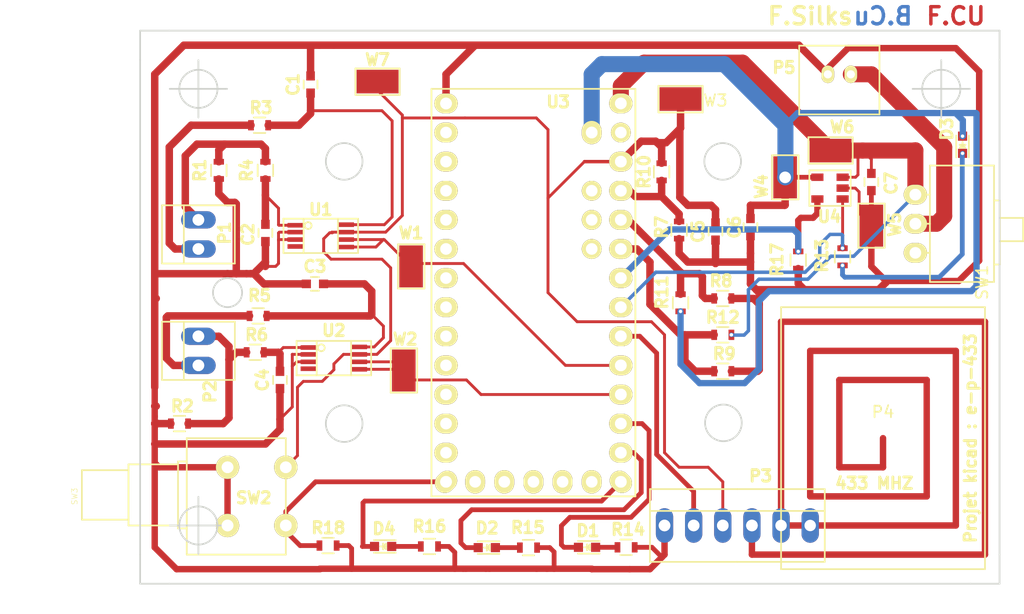
<source format=kicad_pcb>
(kicad_pcb (version 4) (host pcbnew 4.0.2+dfsg1-stable)

  (general
    (links 89)
    (no_connects 0)
    (area 77.725001 72.289999 173.455001 139.800001)
    (thickness 1.6)
    (drawings 58)
    (tracks 490)
    (zones 0)
    (modules 48)
    (nets 55)
  )

  (page A4)
  (layers
    (0 F.Cu signal)
    (31 B.Cu signal)
    (32 B.Adhes user)
    (33 F.Adhes user)
    (34 B.Paste user)
    (35 F.Paste user)
    (36 B.SilkS user)
    (37 F.SilkS user)
    (38 B.Mask user)
    (39 F.Mask user)
    (40 Dwgs.User user)
    (41 Cmts.User user)
    (42 Eco1.User user hide)
    (43 Eco2.User user)
    (44 Edge.Cuts user)
    (45 Margin user)
    (46 B.CrtYd user)
    (47 F.CrtYd user)
    (48 B.Fab user)
    (49 F.Fab user)
  )

  (setup
    (last_trace_width 0.25)
    (user_trace_width 0.25)
    (user_trace_width 0.3)
    (user_trace_width 0.4)
    (user_trace_width 0.55)
    (user_trace_width 0.65)
    (user_trace_width 1.4)
    (trace_clearance 0.2)
    (zone_clearance 0.508)
    (zone_45_only yes)
    (trace_min 0.2)
    (segment_width 0.2)
    (edge_width 0.15)
    (via_size 0.6)
    (via_drill 0.4)
    (via_min_size 0.4)
    (via_min_drill 0.3)
    (user_via 0.4 0.3)
    (user_via 0.6 0.4)
    (user_via 0.9906 0.700024)
    (user_via 1.21412 1.016)
    (uvia_size 0.3)
    (uvia_drill 0.1)
    (uvias_allowed no)
    (uvia_min_size 0)
    (uvia_min_drill 0)
    (pcb_text_width 0.3)
    (pcb_text_size 1.5 1.5)
    (mod_edge_width 0.15)
    (mod_text_size 0.492 0.492)
    (mod_text_width 0.0484)
    (pad_size 2.032 1.7272)
    (pad_drill 1.016)
    (pad_to_mask_clearance 0.2)
    (aux_axis_origin 127 105.41)
    (visible_elements 7FFFFFFF)
    (pcbplotparams
      (layerselection 0x00000_00000001)
      (usegerberextensions false)
      (excludeedgelayer true)
      (linewidth 0.050000)
      (plotframeref false)
      (viasonmask false)
      (mode 1)
      (useauxorigin true)
      (hpglpennumber 1)
      (hpglpenspeed 20)
      (hpglpendiameter 15)
      (hpglpenoverlay 2)
      (psnegative false)
      (psa4output false)
      (plotreference true)
      (plotvalue true)
      (plotinvisibletext false)
      (padsonsilk false)
      (subtractmaskfromsilk false)
      (outputformat 1)
      (mirror false)
      (drillshape 0)
      (scaleselection 1)
      (outputdirectory ""))
  )

  (net 0 "")
  (net 1 "Net-(C1-Pad2)")
  (net 2 "Net-(C2-Pad1)")
  (net 3 "Net-(C3-Pad2)")
  (net 4 "Net-(C4-Pad1)")
  (net 5 +5V)
  (net 6 +BATT)
  (net 7 "Net-(D1-Pad2)")
  (net 8 "Net-(D1-Pad1)")
  (net 9 "Net-(D2-Pad2)")
  (net 10 "Net-(D2-Pad1)")
  (net 11 "Net-(D3-Pad1)")
  (net 12 "Net-(D4-Pad2)")
  (net 13 "Net-(D4-Pad1)")
  (net 14 "Net-(P1-Pad1)")
  (net 15 "Net-(P1-Pad2)")
  (net 16 "Net-(P2-Pad1)")
  (net 17 "Net-(P2-Pad2)")
  (net 18 "Net-(P3-Pad2)")
  (net 19 "Net-(P3-Pad4)")
  (net 20 "Net-(R12-Pad1)")
  (net 21 "Net-(R11-Pad1)")
  (net 22 "Net-(R10-Pad1)")
  (net 23 "Net-(R13-Pad1)")
  (net 24 "Net-(R17-Pad2)")
  (net 25 "Net-(SW1-Pad1)")
  (net 26 "Net-(U1-Pad4)")
  (net 27 "Net-(U1-Pad5)")
  (net 28 "Net-(U2-Pad4)")
  (net 29 "Net-(U2-Pad5)")
  (net 30 "Net-(U3-Pad0)")
  (net 31 "Net-(U3-Pad1)")
  (net 32 "Net-(U3-Pad3)")
  (net 33 "Net-(U3-Pad4)")
  (net 34 "Net-(U3-Pad5)")
  (net 35 "Net-(U3-Pad6)")
  (net 36 "Net-(U3-Pad7)")
  (net 37 "Net-(U3-Pad8)")
  (net 38 "Net-(U3-Pad9)")
  (net 39 "Net-(U3-Pad10)")
  (net 40 "Net-(U3-Pad11)")
  (net 41 "Net-(U3-PadVbat)")
  (net 42 "Net-(U3-PadProg)")
  (net 43 "Net-(U3-PadDAC)")
  (net 44 "Net-(U3-PadAGND)")
  (net 45 GND)
  (net 46 "Net-(U3-PadBGND)")
  (net 47 "Net-(U3-PadNU)")
  (net 48 "Net-(U3-Pad2)")
  (net 49 "Net-(P5-Pad2)")
  (net 50 3.3V)
  (net 51 "Net-(R18-Pad1)")
  (net 52 "Net-(U3-PadA11)")
  (net 53 "Net-(U3-PadA10)")
  (net 54 "Net-(U3-PadAREF)")

  (net_class Default "This is the default net class."
    (clearance 0.2)
    (trace_width 0.25)
    (via_dia 0.6)
    (via_drill 0.4)
    (uvia_dia 0.3)
    (uvia_drill 0.1)
    (add_net 3.3V)
    (add_net GND)
    (add_net "Net-(C1-Pad2)")
    (add_net "Net-(C2-Pad1)")
    (add_net "Net-(C3-Pad2)")
    (add_net "Net-(C4-Pad1)")
    (add_net "Net-(P3-Pad2)")
    (add_net "Net-(U1-Pad4)")
    (add_net "Net-(U1-Pad5)")
    (add_net "Net-(U2-Pad4)")
    (add_net "Net-(U2-Pad5)")
    (add_net "Net-(U3-Pad0)")
    (add_net "Net-(U3-Pad1)")
    (add_net "Net-(U3-Pad10)")
    (add_net "Net-(U3-Pad11)")
    (add_net "Net-(U3-Pad2)")
    (add_net "Net-(U3-Pad3)")
    (add_net "Net-(U3-Pad4)")
    (add_net "Net-(U3-Pad5)")
    (add_net "Net-(U3-Pad6)")
    (add_net "Net-(U3-Pad7)")
    (add_net "Net-(U3-Pad8)")
    (add_net "Net-(U3-Pad9)")
    (add_net "Net-(U3-PadA10)")
    (add_net "Net-(U3-PadA11)")
    (add_net "Net-(U3-PadAGND)")
    (add_net "Net-(U3-PadAREF)")
    (add_net "Net-(U3-PadBGND)")
    (add_net "Net-(U3-PadDAC)")
    (add_net "Net-(U3-PadNU)")
    (add_net "Net-(U3-PadProg)")
    (add_net "Net-(U3-PadVbat)")
  )

  (net_class Inter ""
    (clearance 0.24)
    (trace_width 0.3)
    (via_dia 0.6)
    (via_drill 0.4)
    (uvia_dia 0.3)
    (uvia_drill 0.1)
    (add_net "Net-(D1-Pad1)")
    (add_net "Net-(D1-Pad2)")
    (add_net "Net-(D2-Pad1)")
    (add_net "Net-(D2-Pad2)")
    (add_net "Net-(D3-Pad1)")
    (add_net "Net-(D4-Pad1)")
    (add_net "Net-(D4-Pad2)")
    (add_net "Net-(P1-Pad1)")
    (add_net "Net-(P1-Pad2)")
    (add_net "Net-(P2-Pad1)")
    (add_net "Net-(P2-Pad2)")
    (add_net "Net-(P3-Pad4)")
    (add_net "Net-(R10-Pad1)")
    (add_net "Net-(R11-Pad1)")
    (add_net "Net-(R12-Pad1)")
    (add_net "Net-(R13-Pad1)")
    (add_net "Net-(R17-Pad2)")
    (add_net "Net-(R18-Pad1)")
    (add_net "Net-(SW1-Pad1)")
  )

  (net_class Power ""
    (clearance 0.3)
    (trace_width 0.4)
    (via_dia 1.21412)
    (via_drill 1.016)
    (uvia_dia 0.3)
    (uvia_drill 0.1)
    (add_net +5V)
    (add_net +BATT)
    (add_net "Net-(P5-Pad2)")
  )

  (net_class Teensy ""
    (clearance 0.2)
    (trace_width 0.25)
    (via_dia 1.21412)
    (via_drill 1.016)
    (uvia_dia 0.3)
    (uvia_drill 0.1)
  )

  (module Sp:Teensy_3-1 (layer F.Cu) (tedit 58AD9A4F) (tstamp 58385857)
    (at 127 105.41)
    (descr "Through hole pin header")
    (tags "pin header")
    (path /583882A5)
    (fp_text reference U3 (at 2.159 -16.637) (layer F.SilkS)
      (effects (font (size 1 1) (thickness 0.25)))
    )
    (fp_text value Teensy_3-2 (at 0 -19.61) (layer F.Fab)
      (effects (font (size 1 1) (thickness 0.15)))
    )
    (fp_line (start -8.89 -17.78) (end 8.89 -17.78) (layer F.SilkS) (width 0.15))
    (fp_line (start 8.89 -17.78) (end 8.89 17.78) (layer F.SilkS) (width 0.15))
    (fp_line (start 8.89 17.78) (end -8.89 17.78) (layer F.SilkS) (width 0.15))
    (fp_line (start -8.89 17.78) (end -8.89 -17.78) (layer F.SilkS) (width 0.15))
    (pad A11 thru_hole oval (at 5.08 -3.81) (size 1.7272 1.7272) (drill 1.016) (layers *.Cu *.Mask F.SilkS)
      (net 52 "Net-(U3-PadA11)"))
    (pad A10 thru_hole oval (at 5.08 -6.35) (size 1.7272 1.7272) (drill 1.016) (layers *.Cu *.Mask F.SilkS)
      (net 53 "Net-(U3-PadA10)"))
    (pad AREF thru_hole oval (at 5.08 -8.89) (size 1.7272 1.7272) (drill 1.016) (layers *.Cu *.Mask F.SilkS)
      (net 54 "Net-(U3-PadAREF)"))
    (pad BGND thru_hole oval (at 0 16.51) (size 1.7272 2.032) (drill 1.016) (layers *.Cu *.Mask F.SilkS)
      (net 46 "Net-(U3-PadBGND)"))
    (pad GND thru_hole oval (at -7.62 -16.51) (size 2.032 1.7272) (drill 1.016) (layers *.Cu *.Mask F.SilkS)
      (net 45 GND))
    (pad 0 thru_hole oval (at -7.62 -13.97) (size 2.032 1.7272) (drill 1.016) (layers *.Cu *.Mask F.SilkS)
      (net 30 "Net-(U3-Pad0)"))
    (pad 1 thru_hole oval (at -7.62 -11.43) (size 2.032 1.7272) (drill 1.016) (layers *.Cu *.Mask F.SilkS)
      (net 31 "Net-(U3-Pad1)"))
    (pad 2 thru_hole oval (at -7.62 -8.89) (size 2.032 1.7272) (drill 1.016) (layers *.Cu *.Mask F.SilkS)
      (net 48 "Net-(U3-Pad2)"))
    (pad 3 thru_hole oval (at -7.62 -6.35) (size 2.032 1.7272) (drill 1.016) (layers *.Cu *.Mask F.SilkS)
      (net 32 "Net-(U3-Pad3)"))
    (pad 4 thru_hole oval (at -7.62 -3.81) (size 2.032 1.7272) (drill 1.016) (layers *.Cu *.Mask F.SilkS)
      (net 33 "Net-(U3-Pad4)"))
    (pad 5 thru_hole oval (at -7.62 -1.27) (size 2.032 1.7272) (drill 1.016) (layers *.Cu *.Mask F.SilkS)
      (net 34 "Net-(U3-Pad5)"))
    (pad 6 thru_hole oval (at -7.62 1.27) (size 2.032 1.7272) (drill 1.016) (layers *.Cu *.Mask F.SilkS)
      (net 35 "Net-(U3-Pad6)"))
    (pad 7 thru_hole oval (at -7.62 3.81) (size 2.032 1.7272) (drill 1.016) (layers *.Cu *.Mask F.SilkS)
      (net 36 "Net-(U3-Pad7)"))
    (pad 8 thru_hole oval (at -7.62 6.35) (size 2.032 1.7272) (drill 1.016) (layers *.Cu *.Mask F.SilkS)
      (net 37 "Net-(U3-Pad8)"))
    (pad 9 thru_hole oval (at -7.62 8.89) (size 2.032 1.7272) (drill 1.016) (layers *.Cu *.Mask F.SilkS)
      (net 38 "Net-(U3-Pad9)"))
    (pad 10 thru_hole oval (at -7.62 11.43) (size 2.032 1.7272) (drill 1.016) (layers *.Cu *.Mask F.SilkS)
      (net 39 "Net-(U3-Pad10)"))
    (pad 11 thru_hole oval (at -7.62 13.97) (size 2.032 1.7272) (drill 1.016) (layers *.Cu *.Mask F.SilkS)
      (net 40 "Net-(U3-Pad11)"))
    (pad 12 thru_hole oval (at -7.62 16.51 45) (size 2.032 1.7272) (drill 1.016) (layers *.Cu *.Mask F.SilkS)
      (net 51 "Net-(R18-Pad1)"))
    (pad Vbat thru_hole oval (at -5.08 16.51) (size 1.7272 2.032) (drill 1.016) (layers *.Cu *.Mask F.SilkS)
      (net 41 "Net-(U3-PadVbat)"))
    (pad NU thru_hole oval (at -2.54 16.51) (size 1.7272 2.032) (drill 1.016) (layers *.Cu *.Mask F.SilkS)
      (net 47 "Net-(U3-PadNU)"))
    (pad Prog thru_hole oval (at 2.54 16.51) (size 1.7272 2.032) (drill 1.016) (layers *.Cu *.Mask F.SilkS)
      (net 42 "Net-(U3-PadProg)"))
    (pad DAC thru_hole oval (at 5.08 16.51) (size 1.7272 2.032) (drill 1.016) (layers *.Cu *.Mask F.SilkS)
      (net 43 "Net-(U3-PadDAC)"))
    (pad VUSB thru_hole oval (at 5.08 -13.97) (size 1.7272 2.032) (drill 1.016) (layers *.Cu *.Mask F.SilkS)
      (net 5 +5V))
    (pad 13 thru_hole oval (at 7.62 16.51 315) (size 2.032 1.7272) (drill 1.016) (layers *.Cu *.Mask F.SilkS)
      (net 12 "Net-(D4-Pad2)"))
    (pad 14 thru_hole oval (at 7.62 13.97) (size 2.032 1.7272) (drill 1.016) (layers *.Cu *.Mask F.SilkS)
      (net 9 "Net-(D2-Pad2)"))
    (pad 15 thru_hole oval (at 7.62 11.43) (size 2.032 1.7272) (drill 1.016) (layers *.Cu *.Mask F.SilkS)
      (net 7 "Net-(D1-Pad2)"))
    (pad 16 thru_hole oval (at 7.62 8.89) (size 2.032 1.7272) (drill 1.016) (layers *.Cu *.Mask F.SilkS)
      (net 29 "Net-(U2-Pad5)"))
    (pad 17 thru_hole oval (at 7.62 6.35) (size 2.032 1.7272) (drill 1.016) (layers *.Cu *.Mask F.SilkS)
      (net 27 "Net-(U1-Pad5)"))
    (pad 18 thru_hole oval (at 7.62 3.81) (size 2.032 1.7272) (drill 1.016) (layers *.Cu *.Mask F.SilkS)
      (net 18 "Net-(P3-Pad2)"))
    (pad 19 thru_hole oval (at 7.62 1.27) (size 2.032 1.7272) (drill 1.016) (layers *.Cu *.Mask F.SilkS)
      (net 23 "Net-(R13-Pad1)"))
    (pad 20 thru_hole oval (at 7.62 -1.27) (size 2.032 1.7272) (drill 1.016) (layers *.Cu *.Mask F.SilkS)
      (net 24 "Net-(R17-Pad2)"))
    (pad 21 thru_hole oval (at 7.62 -3.81) (size 2.032 1.7272) (drill 1.016) (layers *.Cu *.Mask F.SilkS)
      (net 20 "Net-(R12-Pad1)"))
    (pad 22 thru_hole oval (at 7.62 -6.35) (size 2.032 1.7272) (drill 1.016) (layers *.Cu *.Mask F.SilkS)
      (net 21 "Net-(R11-Pad1)"))
    (pad 23 thru_hole oval (at 7.62 -8.89) (size 2.032 1.7272) (drill 1.016) (layers *.Cu *.Mask F.SilkS)
      (net 22 "Net-(R10-Pad1)"))
    (pad 3.3V thru_hole oval (at 7.62 -11.43) (size 2.032 1.7272) (drill 1.016) (layers *.Cu *.Mask F.SilkS)
      (net 50 3.3V))
    (pad AGND thru_hole oval (at 7.62 -13.97) (size 1.7272 1.7272) (drill 1.016) (layers *.Cu *.Mask F.SilkS)
      (net 44 "Net-(U3-PadAGND)"))
    (pad VIN thru_hole oval (at 7.62 -16.51) (size 2.032 1.7272) (drill 1.016) (layers *.Cu *.Mask F.SilkS)
      (net 6 +BATT))
    (model Pin_Headers.3dshapes/Pin_Header_Straight_1x14.wrl
      (at (xyz 0 -0.65 0))
      (scale (xyz 1 1 1))
      (rotate (xyz 0 0 90))
    )
  )

  (module Connect:PINHEAD1-6 (layer F.Cu) (tedit 58ADBA02) (tstamp 58385709)
    (at 144.78 125.73)
    (path /58025B97)
    (attr virtual)
    (fp_text reference P3 (at 2.032 -4.318) (layer F.SilkS)
      (effects (font (size 1 1) (thickness 0.25)))
    )
    (fp_text value Transmitter (at 0 3.81) (layer F.Fab)
      (effects (font (size 1 1) (thickness 0.15)))
    )
    (fp_line (start 0 3.175) (end 7.62 3.175) (layer F.SilkS) (width 0.15))
    (fp_line (start 0 -1.27) (end 7.62 -1.27) (layer F.SilkS) (width 0.15))
    (fp_line (start 0 -3.175) (end 7.62 -3.175) (layer F.SilkS) (width 0.15))
    (fp_line (start -7.62 -3.175) (end -7.62 3.175) (layer F.SilkS) (width 0.15))
    (fp_line (start 7.62 -3.175) (end 7.62 3.175) (layer F.SilkS) (width 0.15))
    (fp_line (start 0 -1.27) (end -7.62 -1.27) (layer F.SilkS) (width 0.15))
    (fp_line (start -7.62 -3.175) (end 0 -3.175) (layer F.SilkS) (width 0.15))
    (fp_line (start 0 3.175) (end -7.62 3.175) (layer F.SilkS) (width 0.15))
    (pad 1 thru_hole oval (at -6.35 0) (size 1.50622 3.01498) (drill 0.99822) (layers *.Cu *.Mask)
      (net 45 GND))
    (pad 2 thru_hole oval (at -3.81 0) (size 1.50622 3.01498) (drill 0.99822) (layers *.Cu *.Mask)
      (net 18 "Net-(P3-Pad2)"))
    (pad 3 thru_hole oval (at -1.27 0) (size 1.50622 3.01498) (drill 0.99822) (layers *.Cu *.Mask)
      (net 50 3.3V))
    (pad 4 thru_hole oval (at 1.27 0) (size 1.50622 3.01498) (drill 0.99822) (layers *.Cu *.Mask)
      (net 19 "Net-(P3-Pad4)"))
    (pad 5 thru_hole oval (at 3.81 0) (size 1.50622 3.01498) (drill 0.99822) (layers *.Cu *.Mask)
      (net 19 "Net-(P3-Pad4)"))
    (pad 6 thru_hole oval (at 6.35 0) (size 1.50622 3.01498) (drill 0.99822) (layers *.Cu *.Mask)
      (net 19 "Net-(P3-Pad4)"))
  )

  (module Resistors_SMD:R_0603 (layer F.Cu) (tedit 58AB1231) (tstamp 583857C5)
    (at 153.9494 102.2858 270)
    (descr "Resistor SMD 0603, reflow soldering, Vishay (see dcrcw.pdf)")
    (tags "resistor 0603")
    (path /5800E0FF)
    (attr smd)
    (fp_text reference R13 (at -0.1016 1.8034 270) (layer F.SilkS)
      (effects (font (size 1 1) (thickness 0.25)))
    )
    (fp_text value 470 (at 0 1.9 270) (layer F.Fab)
      (effects (font (size 0.492 0.492) (thickness 0.0484)))
    )
    (fp_line (start -1.3 -0.8) (end 1.3 -0.8) (layer F.CrtYd) (width 0.05))
    (fp_line (start -1.3 0.8) (end 1.3 0.8) (layer F.CrtYd) (width 0.05))
    (fp_line (start -1.3 -0.8) (end -1.3 0.8) (layer F.CrtYd) (width 0.05))
    (fp_line (start 1.3 -0.8) (end 1.3 0.8) (layer F.CrtYd) (width 0.05))
    (fp_line (start 0.5 0.675) (end -0.5 0.675) (layer F.SilkS) (width 0.15))
    (fp_line (start -0.5 -0.675) (end 0.5 -0.675) (layer F.SilkS) (width 0.15))
    (pad 1 smd rect (at -0.75 0 270) (size 0.5 0.9) (layers F.Cu F.Paste F.Mask)
      (net 23 "Net-(R13-Pad1)"))
    (pad 2 smd rect (at 0.75 0 270) (size 0.5 0.9) (layers F.Cu F.Paste F.Mask)
      (net 11 "Net-(D3-Pad1)"))
    (model Resistors_SMD.3dshapes/R_0603.wrl
      (at (xyz 0 0 0))
      (scale (xyz 1 1 1))
      (rotate (xyz 0 0 0))
    )
  )

  (module Capacitors_SMD:C_0603 (layer F.Cu) (tedit 58AD962E) (tstamp 58385655)
    (at 107.569 87.249 270)
    (descr "Capacitor SMD 0603, reflow soldering, AVX (see smccp.pdf)")
    (tags "capacitor 0603")
    (path /582C70E1)
    (attr smd)
    (fp_text reference C1 (at 0 1.524 270) (layer F.SilkS)
      (effects (font (size 1 1) (thickness 0.25)))
    )
    (fp_text value 0.1µF (at 0.2 -1.1 270) (layer F.Fab)
      (effects (font (size 0.492 0.492) (thickness 0.0484)))
    )
    (fp_line (start -1.45 -0.75) (end 1.45 -0.75) (layer F.CrtYd) (width 0.05))
    (fp_line (start -1.45 0.75) (end 1.45 0.75) (layer F.CrtYd) (width 0.05))
    (fp_line (start -1.45 -0.75) (end -1.45 0.75) (layer F.CrtYd) (width 0.05))
    (fp_line (start 1.45 -0.75) (end 1.45 0.75) (layer F.CrtYd) (width 0.05))
    (fp_line (start -0.35 -0.6) (end 0.35 -0.6) (layer F.SilkS) (width 0.15))
    (fp_line (start 0.35 0.6) (end -0.35 0.6) (layer F.SilkS) (width 0.15))
    (pad 1 smd rect (at -0.75 0 270) (size 0.8 0.75) (layers F.Cu F.Paste F.Mask)
      (net 45 GND))
    (pad 2 smd rect (at 0.75 0 270) (size 0.8 0.75) (layers F.Cu F.Paste F.Mask)
      (net 1 "Net-(C1-Pad2)"))
    (model Capacitors_SMD.3dshapes/C_0603.wrl
      (at (xyz 0 0 0))
      (scale (xyz 1 1 1))
      (rotate (xyz 0 0 0))
    )
  )

  (module Capacitors_SMD:C_0603 (layer F.Cu) (tedit 58AD9671) (tstamp 58385661)
    (at 103.632 100.203 270)
    (descr "Capacitor SMD 0603, reflow soldering, AVX (see smccp.pdf)")
    (tags "capacitor 0603")
    (path /582C7117)
    (attr smd)
    (fp_text reference C2 (at 0.127 1.524 270) (layer F.SilkS)
      (effects (font (size 1 1) (thickness 0.25)))
    )
    (fp_text value 0.1µF (at 2.5 0 270) (layer F.Fab)
      (effects (font (size 0.492 0.492) (thickness 0.0484)))
    )
    (fp_line (start -1.45 -0.75) (end 1.45 -0.75) (layer F.CrtYd) (width 0.05))
    (fp_line (start -1.45 0.75) (end 1.45 0.75) (layer F.CrtYd) (width 0.05))
    (fp_line (start -1.45 -0.75) (end -1.45 0.75) (layer F.CrtYd) (width 0.05))
    (fp_line (start 1.45 -0.75) (end 1.45 0.75) (layer F.CrtYd) (width 0.05))
    (fp_line (start -0.35 -0.6) (end 0.35 -0.6) (layer F.SilkS) (width 0.15))
    (fp_line (start 0.35 0.6) (end -0.35 0.6) (layer F.SilkS) (width 0.15))
    (pad 1 smd rect (at -0.75 0 270) (size 0.8 0.75) (layers F.Cu F.Paste F.Mask)
      (net 2 "Net-(C2-Pad1)"))
    (pad 2 smd rect (at 0.75 0 270) (size 0.8 0.75) (layers F.Cu F.Paste F.Mask)
      (net 45 GND))
    (model Capacitors_SMD.3dshapes/C_0603.wrl
      (at (xyz 0 0 0))
      (scale (xyz 1 1 1))
      (rotate (xyz 0 0 0))
    )
  )

  (module Capacitors_SMD:C_0603 (layer F.Cu) (tedit 58ADB7DE) (tstamp 5838566D)
    (at 107.95 104.648)
    (descr "Capacitor SMD 0603, reflow soldering, AVX (see smccp.pdf)")
    (tags "capacitor 0603")
    (path /5832D67B)
    (attr smd)
    (fp_text reference C3 (at 0 -1.524) (layer F.SilkS)
      (effects (font (size 1 1) (thickness 0.25)))
    )
    (fp_text value 0.1µF (at 2.62 0.02) (layer F.Fab)
      (effects (font (size 0.492 0.492) (thickness 0.0484)))
    )
    (fp_line (start -1.45 -0.75) (end 1.45 -0.75) (layer F.CrtYd) (width 0.05))
    (fp_line (start -1.45 0.75) (end 1.45 0.75) (layer F.CrtYd) (width 0.05))
    (fp_line (start -1.45 -0.75) (end -1.45 0.75) (layer F.CrtYd) (width 0.05))
    (fp_line (start 1.45 -0.75) (end 1.45 0.75) (layer F.CrtYd) (width 0.05))
    (fp_line (start -0.35 -0.6) (end 0.35 -0.6) (layer F.SilkS) (width 0.15))
    (fp_line (start 0.35 0.6) (end -0.35 0.6) (layer F.SilkS) (width 0.15))
    (pad 1 smd rect (at -0.75 0) (size 0.8 0.75) (layers F.Cu F.Paste F.Mask)
      (net 45 GND))
    (pad 2 smd rect (at 0.75 0) (size 0.8 0.75) (layers F.Cu F.Paste F.Mask)
      (net 3 "Net-(C3-Pad2)"))
    (model Capacitors_SMD.3dshapes/C_0603.wrl
      (at (xyz 0 0 0))
      (scale (xyz 1 1 1))
      (rotate (xyz 0 0 0))
    )
  )

  (module Capacitors_SMD:C_0603 (layer F.Cu) (tedit 58ADADEF) (tstamp 58385679)
    (at 104.902 113.03 270)
    (descr "Capacitor SMD 0603, reflow soldering, AVX (see smccp.pdf)")
    (tags "capacitor 0603")
    (path /5832D6B1)
    (attr smd)
    (fp_text reference C4 (at 0 1.524 270) (layer F.SilkS)
      (effects (font (size 1 1) (thickness 0.25)))
    )
    (fp_text value 0.1µF (at 2.67 -0.08 270) (layer F.Fab)
      (effects (font (size 0.492 0.492) (thickness 0.0484)))
    )
    (fp_line (start -1.45 -0.75) (end 1.45 -0.75) (layer F.CrtYd) (width 0.05))
    (fp_line (start -1.45 0.75) (end 1.45 0.75) (layer F.CrtYd) (width 0.05))
    (fp_line (start -1.45 -0.75) (end -1.45 0.75) (layer F.CrtYd) (width 0.05))
    (fp_line (start 1.45 -0.75) (end 1.45 0.75) (layer F.CrtYd) (width 0.05))
    (fp_line (start -0.35 -0.6) (end 0.35 -0.6) (layer F.SilkS) (width 0.15))
    (fp_line (start 0.35 0.6) (end -0.35 0.6) (layer F.SilkS) (width 0.15))
    (pad 1 smd rect (at -0.75 0 270) (size 0.8 0.75) (layers F.Cu F.Paste F.Mask)
      (net 4 "Net-(C4-Pad1)"))
    (pad 2 smd rect (at 0.75 0 270) (size 0.8 0.75) (layers F.Cu F.Paste F.Mask)
      (net 45 GND))
    (model Capacitors_SMD.3dshapes/C_0603.wrl
      (at (xyz 0 0 0))
      (scale (xyz 1 1 1))
      (rotate (xyz 0 0 0))
    )
  )

  (module Capacitors_SMD:C_0603 (layer F.Cu) (tedit 58AF2301) (tstamp 58385685)
    (at 142.875 100.076 270)
    (descr "Capacitor SMD 0603, reflow soldering, AVX (see smccp.pdf)")
    (tags "capacitor 0603")
    (path /582C67BB)
    (attr smd)
    (fp_text reference C5 (at 0 1.524 270) (layer F.SilkS)
      (effects (font (size 1 1) (thickness 0.25)))
    )
    (fp_text value 4.7µF (at 0.1778 -1.0922 270) (layer F.Fab)
      (effects (font (size 0.492 0.492) (thickness 0.0484)))
    )
    (fp_line (start -1.45 -0.75) (end 1.45 -0.75) (layer F.CrtYd) (width 0.05))
    (fp_line (start -1.45 0.75) (end 1.45 0.75) (layer F.CrtYd) (width 0.05))
    (fp_line (start -1.45 -0.75) (end -1.45 0.75) (layer F.CrtYd) (width 0.05))
    (fp_line (start 1.45 -0.75) (end 1.45 0.75) (layer F.CrtYd) (width 0.05))
    (fp_line (start -0.35 -0.6) (end 0.35 -0.6) (layer F.SilkS) (width 0.15))
    (fp_line (start 0.35 0.6) (end -0.35 0.6) (layer F.SilkS) (width 0.15))
    (pad 1 smd rect (at -0.75 0 270) (size 0.8 0.75) (layers F.Cu F.Paste F.Mask)
      (net 50 3.3V))
    (pad 2 smd rect (at 0.75 0 270) (size 0.8 0.75) (layers F.Cu F.Paste F.Mask)
      (net 45 GND))
    (model Capacitors_SMD.3dshapes/C_0603.wrl
      (at (xyz 0 0 0))
      (scale (xyz 1 1 1))
      (rotate (xyz 0 0 0))
    )
  )

  (module Capacitors_SMD:C_0603 (layer F.Cu) (tedit 58AF1999) (tstamp 58385691)
    (at 145.923 99.695 270)
    (descr "Capacitor SMD 0603, reflow soldering, AVX (see smccp.pdf)")
    (tags "capacitor 0603")
    (path /582CEF28)
    (attr smd)
    (fp_text reference C6 (at 0 1.397 270) (layer F.SilkS)
      (effects (font (size 1 1) (thickness 0.25)))
    )
    (fp_text value 4.7µF (at -0.1 1.1 270) (layer F.Fab)
      (effects (font (size 0.492 0.492) (thickness 0.0484)))
    )
    (fp_line (start -1.45 -0.75) (end 1.45 -0.75) (layer F.CrtYd) (width 0.05))
    (fp_line (start -1.45 0.75) (end 1.45 0.75) (layer F.CrtYd) (width 0.05))
    (fp_line (start -1.45 -0.75) (end -1.45 0.75) (layer F.CrtYd) (width 0.05))
    (fp_line (start 1.45 -0.75) (end 1.45 0.75) (layer F.CrtYd) (width 0.05))
    (fp_line (start -0.35 -0.6) (end 0.35 -0.6) (layer F.SilkS) (width 0.15))
    (fp_line (start 0.35 0.6) (end -0.35 0.6) (layer F.SilkS) (width 0.15))
    (pad 1 smd rect (at -0.75 0 270) (size 0.8 0.75) (layers F.Cu F.Paste F.Mask)
      (net 5 +5V))
    (pad 2 smd rect (at 0.75 0 270) (size 0.8 0.75) (layers F.Cu F.Paste F.Mask)
      (net 45 GND))
    (model Capacitors_SMD.3dshapes/C_0603.wrl
      (at (xyz 0 0 0))
      (scale (xyz 1 1 1))
      (rotate (xyz 0 0 0))
    )
  )

  (module Capacitors_SMD:C_0603 (layer F.Cu) (tedit 589A0132) (tstamp 5838569D)
    (at 156.464 95.758 270)
    (descr "Capacitor SMD 0603, reflow soldering, AVX (see smccp.pdf)")
    (tags "capacitor 0603")
    (path /582CA0D1)
    (attr smd)
    (fp_text reference C7 (at 0.104 -1.721 270) (layer F.SilkS)
      (effects (font (size 1 1) (thickness 0.25)))
    )
    (fp_text value 4.7µF (at 0 1 270) (layer F.Fab)
      (effects (font (size 0.492 0.492) (thickness 0.0484)))
    )
    (fp_line (start -1.45 -0.75) (end 1.45 -0.75) (layer F.CrtYd) (width 0.05))
    (fp_line (start -1.45 0.75) (end 1.45 0.75) (layer F.CrtYd) (width 0.05))
    (fp_line (start -1.45 -0.75) (end -1.45 0.75) (layer F.CrtYd) (width 0.05))
    (fp_line (start 1.45 -0.75) (end 1.45 0.75) (layer F.CrtYd) (width 0.05))
    (fp_line (start -0.35 -0.6) (end 0.35 -0.6) (layer F.SilkS) (width 0.15))
    (fp_line (start 0.35 0.6) (end -0.35 0.6) (layer F.SilkS) (width 0.15))
    (pad 1 smd rect (at -0.75 0 270) (size 0.8 0.75) (layers F.Cu F.Paste F.Mask)
      (net 6 +BATT))
    (pad 2 smd rect (at 0.75 0 270) (size 0.8 0.75) (layers F.Cu F.Paste F.Mask)
      (net 45 GND))
    (model Capacitors_SMD.3dshapes/C_0603.wrl
      (at (xyz 0 0 0))
      (scale (xyz 1 1 1))
      (rotate (xyz 0 0 0))
    )
  )

  (module LEDs:LED_0603 (layer F.Cu) (tedit 58A98B0D) (tstamp 583856AE)
    (at 131.6736 127.635 180)
    (descr "LED 0603 smd package")
    (tags "LED led 0603 SMD smd SMT smt smdled SMDLED smtled SMTLED")
    (path /58063F1D)
    (attr smd)
    (fp_text reference D1 (at -0.0762 1.4478 360) (layer F.SilkS)
      (effects (font (size 1 1) (thickness 0.25)))
    )
    (fp_text value Rouge (at 1 1.9 270) (layer F.Fab)
      (effects (font (size 0.492 0.492) (thickness 0.0484)))
    )
    (fp_line (start -1.1 0.55) (end 0.8 0.55) (layer F.SilkS) (width 0.15))
    (fp_line (start -1.1 -0.55) (end 0.8 -0.55) (layer F.SilkS) (width 0.15))
    (fp_line (start -0.2 0) (end 0.25 0) (layer F.SilkS) (width 0.15))
    (fp_line (start -0.25 -0.25) (end -0.25 0.25) (layer F.SilkS) (width 0.15))
    (fp_line (start -0.25 0) (end 0 -0.25) (layer F.SilkS) (width 0.15))
    (fp_line (start 0 -0.25) (end 0 0.25) (layer F.SilkS) (width 0.15))
    (fp_line (start 0 0.25) (end -0.25 0) (layer F.SilkS) (width 0.15))
    (fp_line (start 1.4 -0.75) (end 1.4 0.75) (layer F.CrtYd) (width 0.05))
    (fp_line (start 1.4 0.75) (end -1.4 0.75) (layer F.CrtYd) (width 0.05))
    (fp_line (start -1.4 0.75) (end -1.4 -0.75) (layer F.CrtYd) (width 0.05))
    (fp_line (start -1.4 -0.75) (end 1.4 -0.75) (layer F.CrtYd) (width 0.05))
    (pad 2 smd rect (at 0.7493 0) (size 0.79756 0.79756) (layers F.Cu F.Paste F.Mask)
      (net 7 "Net-(D1-Pad2)"))
    (pad 1 smd rect (at -0.7493 0) (size 0.79756 0.79756) (layers F.Cu F.Paste F.Mask)
      (net 8 "Net-(D1-Pad1)"))
    (model LEDs.3dshapes/LED_0603.wrl
      (at (xyz 0 0 0))
      (scale (xyz 1 1 1))
      (rotate (xyz 0 0 180))
    )
  )

  (module LEDs:LED_0603 (layer F.Cu) (tedit 58A98B1C) (tstamp 583856BF)
    (at 122.936 127.6604 180)
    (descr "LED 0603 smd package")
    (tags "LED led 0603 SMD smd SMT smt smdled SMDLED smtled SMTLED")
    (path /580638D6)
    (attr smd)
    (fp_text reference D2 (at -0.0254 1.7018 360) (layer F.SilkS)
      (effects (font (size 1 1) (thickness 0.25)))
    )
    (fp_text value Jaune (at 1.2 -1.2 180) (layer F.Fab)
      (effects (font (size 0.492 0.492) (thickness 0.0484)))
    )
    (fp_line (start -1.1 0.55) (end 0.8 0.55) (layer F.SilkS) (width 0.15))
    (fp_line (start -1.1 -0.55) (end 0.8 -0.55) (layer F.SilkS) (width 0.15))
    (fp_line (start -0.2 0) (end 0.25 0) (layer F.SilkS) (width 0.15))
    (fp_line (start -0.25 -0.25) (end -0.25 0.25) (layer F.SilkS) (width 0.15))
    (fp_line (start -0.25 0) (end 0 -0.25) (layer F.SilkS) (width 0.15))
    (fp_line (start 0 -0.25) (end 0 0.25) (layer F.SilkS) (width 0.15))
    (fp_line (start 0 0.25) (end -0.25 0) (layer F.SilkS) (width 0.15))
    (fp_line (start 1.4 -0.75) (end 1.4 0.75) (layer F.CrtYd) (width 0.05))
    (fp_line (start 1.4 0.75) (end -1.4 0.75) (layer F.CrtYd) (width 0.05))
    (fp_line (start -1.4 0.75) (end -1.4 -0.75) (layer F.CrtYd) (width 0.05))
    (fp_line (start -1.4 -0.75) (end 1.4 -0.75) (layer F.CrtYd) (width 0.05))
    (pad 2 smd rect (at 0.7493 0) (size 0.79756 0.79756) (layers F.Cu F.Paste F.Mask)
      (net 9 "Net-(D2-Pad2)"))
    (pad 1 smd rect (at -0.7493 0) (size 0.79756 0.79756) (layers F.Cu F.Paste F.Mask)
      (net 10 "Net-(D2-Pad1)"))
    (model LEDs.3dshapes/LED_0603.wrl
      (at (xyz 0 0 0))
      (scale (xyz 1 1 1))
      (rotate (xyz 0 0 180))
    )
  )

  (module LEDs:LED_0603 (layer F.Cu) (tedit 58B06263) (tstamp 583856D0)
    (at 164.4142 92.5068 90)
    (descr "LED 0603 smd package")
    (tags "LED led 0603 SMD smd SMT smt smdled SMDLED smtled SMTLED")
    (path /5800E0A0)
    (attr smd)
    (fp_text reference D3 (at 1.3716 -1.3716 90) (layer F.SilkS)
      (effects (font (size 1 1) (thickness 0.25)))
    )
    (fp_text value Jaune (at 0.55 -1.1 90) (layer F.Fab)
      (effects (font (size 0.492 0.492) (thickness 0.0484)))
    )
    (fp_line (start -1.1 0.55) (end 0.8 0.55) (layer F.SilkS) (width 0.15))
    (fp_line (start -1.1 -0.55) (end 0.8 -0.55) (layer F.SilkS) (width 0.15))
    (fp_line (start -0.2 0) (end 0.25 0) (layer F.SilkS) (width 0.15))
    (fp_line (start -0.25 -0.25) (end -0.25 0.25) (layer F.SilkS) (width 0.15))
    (fp_line (start -0.25 0) (end 0 -0.25) (layer F.SilkS) (width 0.15))
    (fp_line (start 0 -0.25) (end 0 0.25) (layer F.SilkS) (width 0.15))
    (fp_line (start 0 0.25) (end -0.25 0) (layer F.SilkS) (width 0.15))
    (fp_line (start 1.4 -0.75) (end 1.4 0.75) (layer F.CrtYd) (width 0.05))
    (fp_line (start 1.4 0.75) (end -1.4 0.75) (layer F.CrtYd) (width 0.05))
    (fp_line (start -1.4 0.75) (end -1.4 -0.75) (layer F.CrtYd) (width 0.05))
    (fp_line (start -1.4 -0.75) (end 1.4 -0.75) (layer F.CrtYd) (width 0.05))
    (pad 2 smd rect (at 0.7493 0 270) (size 0.79756 0.79756) (layers F.Cu F.Paste F.Mask)
      (net 5 +5V))
    (pad 1 smd rect (at -0.7493 0 270) (size 0.79756 0.79756) (layers F.Cu F.Paste F.Mask)
      (net 11 "Net-(D3-Pad1)"))
    (model LEDs.3dshapes/LED_0603.wrl
      (at (xyz 0 0 0))
      (scale (xyz 1 1 1))
      (rotate (xyz 0 0 180))
    )
  )

  (module LEDs:LED_0603 (layer F.Cu) (tedit 58A98B34) (tstamp 583856E1)
    (at 113.8936 127.5588 180)
    (descr "LED 0603 smd package")
    (tags "LED led 0603 SMD smd SMT smt smdled SMDLED smtled SMTLED")
    (path /58063C6E)
    (attr smd)
    (fp_text reference D4 (at -0.0762 1.5494 360) (layer F.SilkS)
      (effects (font (size 1 1) (thickness 0.25)))
    )
    (fp_text value Verte (at 0 -1.2 180) (layer F.Fab)
      (effects (font (size 0.492 0.492) (thickness 0.0484)))
    )
    (fp_line (start -1.1 0.55) (end 0.8 0.55) (layer F.SilkS) (width 0.15))
    (fp_line (start -1.1 -0.55) (end 0.8 -0.55) (layer F.SilkS) (width 0.15))
    (fp_line (start -0.2 0) (end 0.25 0) (layer F.SilkS) (width 0.15))
    (fp_line (start -0.25 -0.25) (end -0.25 0.25) (layer F.SilkS) (width 0.15))
    (fp_line (start -0.25 0) (end 0 -0.25) (layer F.SilkS) (width 0.15))
    (fp_line (start 0 -0.25) (end 0 0.25) (layer F.SilkS) (width 0.15))
    (fp_line (start 0 0.25) (end -0.25 0) (layer F.SilkS) (width 0.15))
    (fp_line (start 1.4 -0.75) (end 1.4 0.75) (layer F.CrtYd) (width 0.05))
    (fp_line (start 1.4 0.75) (end -1.4 0.75) (layer F.CrtYd) (width 0.05))
    (fp_line (start -1.4 0.75) (end -1.4 -0.75) (layer F.CrtYd) (width 0.05))
    (fp_line (start -1.4 -0.75) (end 1.4 -0.75) (layer F.CrtYd) (width 0.05))
    (pad 2 smd rect (at 0.7493 0) (size 0.79756 0.79756) (layers F.Cu F.Paste F.Mask)
      (net 12 "Net-(D4-Pad2)"))
    (pad 1 smd rect (at -0.7493 0) (size 0.79756 0.79756) (layers F.Cu F.Paste F.Mask)
      (net 13 "Net-(D4-Pad1)"))
    (model LEDs.3dshapes/LED_0603.wrl
      (at (xyz 0 0 0))
      (scale (xyz 1 1 1))
      (rotate (xyz 0 0 180))
    )
  )

  (module Connect:PINHEAD1-2 (layer F.Cu) (tedit 58AD9CBB) (tstamp 583856EC)
    (at 97.79 100.33 90)
    (path /582C7130)
    (attr virtual)
    (fp_text reference P1 (at 0.127 2.286 90) (layer F.SilkS)
      (effects (font (size 1 1) (thickness 0.25)))
    )
    (fp_text value CONN_01X02 (at 3.19 -3.92 90) (layer F.Fab)
      (effects (font (size 0.492 0.492) (thickness 0.0484)))
    )
    (fp_line (start 2.54 -1.27) (end -2.54 -1.27) (layer F.SilkS) (width 0.15))
    (fp_line (start 2.54 3.175) (end -2.54 3.175) (layer F.SilkS) (width 0.15))
    (fp_line (start -2.54 -3.175) (end 2.54 -3.175) (layer F.SilkS) (width 0.15))
    (fp_line (start -2.54 -3.175) (end -2.54 3.175) (layer F.SilkS) (width 0.15))
    (fp_line (start 2.54 -3.175) (end 2.54 3.175) (layer F.SilkS) (width 0.15))
    (pad 1 thru_hole oval (at -1.27 0 90) (size 1.50622 3.01498) (drill 0.99822) (layers *.Cu *.Mask)
      (net 14 "Net-(P1-Pad1)"))
    (pad 2 thru_hole oval (at 1.27 0 90) (size 1.50622 3.01498) (drill 0.99822) (layers *.Cu *.Mask)
      (net 15 "Net-(P1-Pad2)"))
  )

  (module Connect:PINHEAD1-2 (layer F.Cu) (tedit 58ADB782) (tstamp 583856F7)
    (at 97.79 110.49 90)
    (path /5832D6C9)
    (attr virtual)
    (fp_text reference P2 (at -3.556 1.016 90) (layer F.SilkS)
      (effects (font (size 1 1) (thickness 0.25)))
    )
    (fp_text value CONN_01X02 (at 3.5 -3.7 90) (layer F.Fab)
      (effects (font (size 0.492 0.492) (thickness 0.0484)))
    )
    (fp_line (start 2.54 -1.27) (end -2.54 -1.27) (layer F.SilkS) (width 0.15))
    (fp_line (start 2.54 3.175) (end -2.54 3.175) (layer F.SilkS) (width 0.15))
    (fp_line (start -2.54 -3.175) (end 2.54 -3.175) (layer F.SilkS) (width 0.15))
    (fp_line (start -2.54 -3.175) (end -2.54 3.175) (layer F.SilkS) (width 0.15))
    (fp_line (start 2.54 -3.175) (end 2.54 3.175) (layer F.SilkS) (width 0.15))
    (pad 1 thru_hole oval (at -1.27 0 90) (size 1.50622 3.01498) (drill 0.99822) (layers *.Cu *.Mask)
      (net 16 "Net-(P2-Pad1)"))
    (pad 2 thru_hole oval (at 1.27 0 90) (size 1.50622 3.01498) (drill 0.99822) (layers *.Cu *.Mask)
      (net 17 "Net-(P2-Pad2)"))
  )

  (module Sp:con_bat (layer F.Cu) (tedit 58AAFEAF) (tstamp 58385729)
    (at 153.67 86.36)
    (path /5804BEA6)
    (fp_text reference P5 (at -4.826 -0.5842) (layer F.SilkS)
      (effects (font (size 1 1) (thickness 0.25)))
    )
    (fp_text value Batterie (at 0 -2.05) (layer F.Fab)
      (effects (font (size 1 1) (thickness 0.15)))
    )
    (fp_line (start -3.5 -2.5) (end 3.5 -2.5) (layer F.SilkS) (width 0.15))
    (fp_line (start 3.5 -2.5) (end 3.5 3.5) (layer F.SilkS) (width 0.15))
    (fp_line (start 3.5 3.5) (end -3.5 3.5) (layer F.SilkS) (width 0.15))
    (fp_line (start -3.5 3.5) (end -3.5 -2.5) (layer F.SilkS) (width 0.15))
    (pad 1 thru_hole oval (at -1 0) (size 1.1 1.524) (drill 0.7) (layers *.Cu *.Mask F.SilkS)
      (net 45 GND))
    (pad 2 thru_hole oval (at 1 0) (size 1.1 1.524) (drill 0.7) (layers *.Cu *.Mask F.SilkS)
      (net 49 "Net-(P5-Pad2)"))
  )

  (module Resistors_SMD:R_0603 (layer F.Cu) (tedit 58AD9642) (tstamp 58385735)
    (at 99.568 94.742 270)
    (descr "Resistor SMD 0603, reflow soldering, Vishay (see dcrcw.pdf)")
    (tags "resistor 0603")
    (path /582C710B)
    (attr smd)
    (fp_text reference R1 (at 0 1.651 270) (layer F.SilkS)
      (effects (font (size 1 1) (thickness 0.25)))
    )
    (fp_text value 1M (at 0 -1.16 270) (layer F.Fab)
      (effects (font (size 0.492 0.492) (thickness 0.0484)))
    )
    (fp_line (start -1.3 -0.8) (end 1.3 -0.8) (layer F.CrtYd) (width 0.05))
    (fp_line (start -1.3 0.8) (end 1.3 0.8) (layer F.CrtYd) (width 0.05))
    (fp_line (start -1.3 -0.8) (end -1.3 0.8) (layer F.CrtYd) (width 0.05))
    (fp_line (start 1.3 -0.8) (end 1.3 0.8) (layer F.CrtYd) (width 0.05))
    (fp_line (start 0.5 0.675) (end -0.5 0.675) (layer F.SilkS) (width 0.15))
    (fp_line (start -0.5 -0.675) (end 0.5 -0.675) (layer F.SilkS) (width 0.15))
    (pad 1 smd rect (at -0.75 0 270) (size 0.5 0.9) (layers F.Cu F.Paste F.Mask)
      (net 15 "Net-(P1-Pad2)"))
    (pad 2 smd rect (at 0.75 0 270) (size 0.5 0.9) (layers F.Cu F.Paste F.Mask)
      (net 45 GND))
    (model Resistors_SMD.3dshapes/R_0603.wrl
      (at (xyz 0 0 0))
      (scale (xyz 1 1 1))
      (rotate (xyz 0 0 0))
    )
  )

  (module Resistors_SMD:R_0603 (layer F.Cu) (tedit 58ADA7F6) (tstamp 58385741)
    (at 96.139 116.84 180)
    (descr "Resistor SMD 0603, reflow soldering, Vishay (see dcrcw.pdf)")
    (tags "resistor 0603")
    (path /5832D6A5)
    (attr smd)
    (fp_text reference R2 (at -0.254 1.524 360) (layer F.SilkS)
      (effects (font (size 1 1) (thickness 0.25)))
    )
    (fp_text value 1M (at -1.9 0.2 180) (layer F.Fab)
      (effects (font (size 0.492 0.492) (thickness 0.0484)))
    )
    (fp_line (start -1.3 -0.8) (end 1.3 -0.8) (layer F.CrtYd) (width 0.05))
    (fp_line (start -1.3 0.8) (end 1.3 0.8) (layer F.CrtYd) (width 0.05))
    (fp_line (start -1.3 -0.8) (end -1.3 0.8) (layer F.CrtYd) (width 0.05))
    (fp_line (start 1.3 -0.8) (end 1.3 0.8) (layer F.CrtYd) (width 0.05))
    (fp_line (start 0.5 0.675) (end -0.5 0.675) (layer F.SilkS) (width 0.15))
    (fp_line (start -0.5 -0.675) (end 0.5 -0.675) (layer F.SilkS) (width 0.15))
    (pad 1 smd rect (at -0.75 0 180) (size 0.5 0.9) (layers F.Cu F.Paste F.Mask)
      (net 17 "Net-(P2-Pad2)"))
    (pad 2 smd rect (at 0.75 0 180) (size 0.5 0.9) (layers F.Cu F.Paste F.Mask)
      (net 45 GND))
    (model Resistors_SMD.3dshapes/R_0603.wrl
      (at (xyz 0 0 0))
      (scale (xyz 1 1 1))
      (rotate (xyz 0 0 0))
    )
  )

  (module Resistors_SMD:R_0603 (layer F.Cu) (tedit 58AD9635) (tstamp 5838574D)
    (at 103.124 90.805 180)
    (descr "Resistor SMD 0603, reflow soldering, Vishay (see dcrcw.pdf)")
    (tags "resistor 0603")
    (path /582C70D5)
    (attr smd)
    (fp_text reference R3 (at -0.127 1.524 180) (layer F.SilkS)
      (effects (font (size 1 1) (thickness 0.25)))
    )
    (fp_text value 10K (at -1.9 0 180) (layer F.Fab)
      (effects (font (size 0.492 0.492) (thickness 0.0484)))
    )
    (fp_line (start -1.3 -0.8) (end 1.3 -0.8) (layer F.CrtYd) (width 0.05))
    (fp_line (start -1.3 0.8) (end 1.3 0.8) (layer F.CrtYd) (width 0.05))
    (fp_line (start -1.3 -0.8) (end -1.3 0.8) (layer F.CrtYd) (width 0.05))
    (fp_line (start 1.3 -0.8) (end 1.3 0.8) (layer F.CrtYd) (width 0.05))
    (fp_line (start 0.5 0.675) (end -0.5 0.675) (layer F.SilkS) (width 0.15))
    (fp_line (start -0.5 -0.675) (end 0.5 -0.675) (layer F.SilkS) (width 0.15))
    (pad 1 smd rect (at -0.75 0 180) (size 0.5 0.9) (layers F.Cu F.Paste F.Mask)
      (net 1 "Net-(C1-Pad2)"))
    (pad 2 smd rect (at 0.75 0 180) (size 0.5 0.9) (layers F.Cu F.Paste F.Mask)
      (net 14 "Net-(P1-Pad1)"))
    (model Resistors_SMD.3dshapes/R_0603.wrl
      (at (xyz 0 0 0))
      (scale (xyz 1 1 1))
      (rotate (xyz 0 0 0))
    )
  )

  (module Resistors_SMD:R_0603 (layer F.Cu) (tedit 58AD964C) (tstamp 58385759)
    (at 103.632 94.742 90)
    (descr "Resistor SMD 0603, reflow soldering, Vishay (see dcrcw.pdf)")
    (tags "resistor 0603")
    (path /582C70FF)
    (attr smd)
    (fp_text reference R4 (at 0 -1.651 90) (layer F.SilkS)
      (effects (font (size 1 1) (thickness 0.25)))
    )
    (fp_text value 10K (at -0.06 -1.2 90) (layer F.Fab)
      (effects (font (size 0.492 0.492) (thickness 0.0484)))
    )
    (fp_line (start -1.3 -0.8) (end 1.3 -0.8) (layer F.CrtYd) (width 0.05))
    (fp_line (start -1.3 0.8) (end 1.3 0.8) (layer F.CrtYd) (width 0.05))
    (fp_line (start -1.3 -0.8) (end -1.3 0.8) (layer F.CrtYd) (width 0.05))
    (fp_line (start 1.3 -0.8) (end 1.3 0.8) (layer F.CrtYd) (width 0.05))
    (fp_line (start 0.5 0.675) (end -0.5 0.675) (layer F.SilkS) (width 0.15))
    (fp_line (start -0.5 -0.675) (end 0.5 -0.675) (layer F.SilkS) (width 0.15))
    (pad 1 smd rect (at -0.75 0 90) (size 0.5 0.9) (layers F.Cu F.Paste F.Mask)
      (net 2 "Net-(C2-Pad1)"))
    (pad 2 smd rect (at 0.75 0 90) (size 0.5 0.9) (layers F.Cu F.Paste F.Mask)
      (net 15 "Net-(P1-Pad2)"))
    (model Resistors_SMD.3dshapes/R_0603.wrl
      (at (xyz 0 0 0))
      (scale (xyz 1 1 1))
      (rotate (xyz 0 0 0))
    )
  )

  (module Resistors_SMD:R_0603 (layer F.Cu) (tedit 58ADB792) (tstamp 58385765)
    (at 102.997 107.442 180)
    (descr "Resistor SMD 0603, reflow soldering, Vishay (see dcrcw.pdf)")
    (tags "resistor 0603")
    (path /5832D66F)
    (attr smd)
    (fp_text reference R5 (at -0.127 1.778 180) (layer F.SilkS)
      (effects (font (size 1 1) (thickness 0.25)))
    )
    (fp_text value 10K (at -2.1 0 180) (layer F.Fab)
      (effects (font (size 0.492 0.492) (thickness 0.0484)))
    )
    (fp_line (start -1.3 -0.8) (end 1.3 -0.8) (layer F.CrtYd) (width 0.05))
    (fp_line (start -1.3 0.8) (end 1.3 0.8) (layer F.CrtYd) (width 0.05))
    (fp_line (start -1.3 -0.8) (end -1.3 0.8) (layer F.CrtYd) (width 0.05))
    (fp_line (start 1.3 -0.8) (end 1.3 0.8) (layer F.CrtYd) (width 0.05))
    (fp_line (start 0.5 0.675) (end -0.5 0.675) (layer F.SilkS) (width 0.15))
    (fp_line (start -0.5 -0.675) (end 0.5 -0.675) (layer F.SilkS) (width 0.15))
    (pad 1 smd rect (at -0.75 0 180) (size 0.5 0.9) (layers F.Cu F.Paste F.Mask)
      (net 3 "Net-(C3-Pad2)"))
    (pad 2 smd rect (at 0.75 0 180) (size 0.5 0.9) (layers F.Cu F.Paste F.Mask)
      (net 16 "Net-(P2-Pad1)"))
    (model Resistors_SMD.3dshapes/R_0603.wrl
      (at (xyz 0 0 0))
      (scale (xyz 1 1 1))
      (rotate (xyz 0 0 0))
    )
  )

  (module Resistors_SMD:R_0603 (layer F.Cu) (tedit 58ADB7AB) (tstamp 58385771)
    (at 102.743 110.617 180)
    (descr "Resistor SMD 0603, reflow soldering, Vishay (see dcrcw.pdf)")
    (tags "resistor 0603")
    (path /5832D699)
    (attr smd)
    (fp_text reference R6 (at -0.127 1.524 180) (layer F.SilkS)
      (effects (font (size 1 1) (thickness 0.25)))
    )
    (fp_text value 10K (at -0.1 1.3 180) (layer F.Fab)
      (effects (font (size 0.492 0.492) (thickness 0.0484)))
    )
    (fp_line (start -1.3 -0.8) (end 1.3 -0.8) (layer F.CrtYd) (width 0.05))
    (fp_line (start -1.3 0.8) (end 1.3 0.8) (layer F.CrtYd) (width 0.05))
    (fp_line (start -1.3 -0.8) (end -1.3 0.8) (layer F.CrtYd) (width 0.05))
    (fp_line (start 1.3 -0.8) (end 1.3 0.8) (layer F.CrtYd) (width 0.05))
    (fp_line (start 0.5 0.675) (end -0.5 0.675) (layer F.SilkS) (width 0.15))
    (fp_line (start -0.5 -0.675) (end 0.5 -0.675) (layer F.SilkS) (width 0.15))
    (pad 1 smd rect (at -0.75 0 180) (size 0.5 0.9) (layers F.Cu F.Paste F.Mask)
      (net 4 "Net-(C4-Pad1)"))
    (pad 2 smd rect (at 0.75 0 180) (size 0.5 0.9) (layers F.Cu F.Paste F.Mask)
      (net 17 "Net-(P2-Pad2)"))
    (model Resistors_SMD.3dshapes/R_0603.wrl
      (at (xyz 0 0 0))
      (scale (xyz 1 1 1))
      (rotate (xyz 0 0 0))
    )
  )

  (module Resistors_SMD:R_0603 (layer F.Cu) (tedit 58AF1C18) (tstamp 5838577D)
    (at 139.7 99.949 90)
    (descr "Resistor SMD 0603, reflow soldering, Vishay (see dcrcw.pdf)")
    (tags "resistor 0603")
    (path /5832F4F4)
    (attr smd)
    (fp_text reference R7 (at 0.254 -1.524 90) (layer F.SilkS)
      (effects (font (size 1 1) (thickness 0.25)))
    )
    (fp_text value 4.7K (at -2.1844 0.5842 90) (layer F.Fab)
      (effects (font (size 0.492 0.492) (thickness 0.0484)))
    )
    (fp_line (start -1.3 -0.8) (end 1.3 -0.8) (layer F.CrtYd) (width 0.05))
    (fp_line (start -1.3 0.8) (end 1.3 0.8) (layer F.CrtYd) (width 0.05))
    (fp_line (start -1.3 -0.8) (end -1.3 0.8) (layer F.CrtYd) (width 0.05))
    (fp_line (start 1.3 -0.8) (end 1.3 0.8) (layer F.CrtYd) (width 0.05))
    (fp_line (start 0.5 0.675) (end -0.5 0.675) (layer F.SilkS) (width 0.15))
    (fp_line (start -0.5 -0.675) (end 0.5 -0.675) (layer F.SilkS) (width 0.15))
    (pad 1 smd rect (at -0.75 0 90) (size 0.5 0.9) (layers F.Cu F.Paste F.Mask)
      (net 45 GND))
    (pad 2 smd rect (at 0.75 0 90) (size 0.5 0.9) (layers F.Cu F.Paste F.Mask)
      (net 22 "Net-(R10-Pad1)"))
    (model Resistors_SMD.3dshapes/R_0603.wrl
      (at (xyz 0 0 0))
      (scale (xyz 1 1 1))
      (rotate (xyz 0 0 0))
    )
  )

  (module Resistors_SMD:R_0603 (layer F.Cu) (tedit 58AB15EA) (tstamp 58385789)
    (at 143.51 105.918 180)
    (descr "Resistor SMD 0603, reflow soldering, Vishay (see dcrcw.pdf)")
    (tags "resistor 0603")
    (path /5832F6EF)
    (attr smd)
    (fp_text reference R8 (at 0.1524 1.524 180) (layer F.SilkS)
      (effects (font (size 1 1) (thickness 0.25)))
    )
    (fp_text value 4.7K (at -2.0574 0.508 180) (layer F.Fab)
      (effects (font (size 0.492 0.492) (thickness 0.0484)))
    )
    (fp_line (start -1.3 -0.8) (end 1.3 -0.8) (layer F.CrtYd) (width 0.05))
    (fp_line (start -1.3 0.8) (end 1.3 0.8) (layer F.CrtYd) (width 0.05))
    (fp_line (start -1.3 -0.8) (end -1.3 0.8) (layer F.CrtYd) (width 0.05))
    (fp_line (start 1.3 -0.8) (end 1.3 0.8) (layer F.CrtYd) (width 0.05))
    (fp_line (start 0.5 0.675) (end -0.5 0.675) (layer F.SilkS) (width 0.15))
    (fp_line (start -0.5 -0.675) (end 0.5 -0.675) (layer F.SilkS) (width 0.15))
    (pad 1 smd rect (at -0.75 0 180) (size 0.5 0.9) (layers F.Cu F.Paste F.Mask)
      (net 45 GND))
    (pad 2 smd rect (at 0.75 0 180) (size 0.5 0.9) (layers F.Cu F.Paste F.Mask)
      (net 21 "Net-(R11-Pad1)"))
    (model Resistors_SMD.3dshapes/R_0603.wrl
      (at (xyz 0 0 0))
      (scale (xyz 1 1 1))
      (rotate (xyz 0 0 0))
    )
  )

  (module Resistors_SMD:R_0603 (layer F.Cu) (tedit 58AF2440) (tstamp 58385795)
    (at 143.51 112.268 180)
    (descr "Resistor SMD 0603, reflow soldering, Vishay (see dcrcw.pdf)")
    (tags "resistor 0603")
    (path /5832F908)
    (attr smd)
    (fp_text reference R9 (at -0.127 1.524 180) (layer F.SilkS)
      (effects (font (size 1 1) (thickness 0.25)))
    )
    (fp_text value 4.7K (at -2.0574 0.4318 180) (layer F.Fab)
      (effects (font (size 0.492 0.492) (thickness 0.0484)))
    )
    (fp_line (start -1.3 -0.8) (end 1.3 -0.8) (layer F.CrtYd) (width 0.05))
    (fp_line (start -1.3 0.8) (end 1.3 0.8) (layer F.CrtYd) (width 0.05))
    (fp_line (start -1.3 -0.8) (end -1.3 0.8) (layer F.CrtYd) (width 0.05))
    (fp_line (start 1.3 -0.8) (end 1.3 0.8) (layer F.CrtYd) (width 0.05))
    (fp_line (start 0.5 0.675) (end -0.5 0.675) (layer F.SilkS) (width 0.15))
    (fp_line (start -0.5 -0.675) (end 0.5 -0.675) (layer F.SilkS) (width 0.15))
    (pad 1 smd rect (at -0.75 0 180) (size 0.5 0.9) (layers F.Cu F.Paste F.Mask)
      (net 45 GND))
    (pad 2 smd rect (at 0.75 0 180) (size 0.5 0.9) (layers F.Cu F.Paste F.Mask)
      (net 20 "Net-(R12-Pad1)"))
    (model Resistors_SMD.3dshapes/R_0603.wrl
      (at (xyz 0 0 0))
      (scale (xyz 1 1 1))
      (rotate (xyz 0 0 0))
    )
  )

  (module Resistors_SMD:R_0603 (layer F.Cu) (tedit 58A73A21) (tstamp 583857A1)
    (at 138.176 94.869 90)
    (descr "Resistor SMD 0603, reflow soldering, Vishay (see dcrcw.pdf)")
    (tags "resistor 0603")
    (path /58330234)
    (attr smd)
    (fp_text reference R10 (at 0 -1.524 90) (layer F.SilkS)
      (effects (font (size 1 1) (thickness 0.25)))
    )
    (fp_text value 4.7K (at 2.032 -0.7112 90) (layer F.Fab)
      (effects (font (size 0.492 0.492) (thickness 0.0484)))
    )
    (fp_line (start -1.3 -0.8) (end 1.3 -0.8) (layer F.CrtYd) (width 0.05))
    (fp_line (start -1.3 0.8) (end 1.3 0.8) (layer F.CrtYd) (width 0.05))
    (fp_line (start -1.3 -0.8) (end -1.3 0.8) (layer F.CrtYd) (width 0.05))
    (fp_line (start 1.3 -0.8) (end 1.3 0.8) (layer F.CrtYd) (width 0.05))
    (fp_line (start 0.5 0.675) (end -0.5 0.675) (layer F.SilkS) (width 0.15))
    (fp_line (start -0.5 -0.675) (end 0.5 -0.675) (layer F.SilkS) (width 0.15))
    (pad 1 smd rect (at -0.75 0 90) (size 0.5 0.9) (layers F.Cu F.Paste F.Mask)
      (net 22 "Net-(R10-Pad1)"))
    (pad 2 smd rect (at 0.75 0 90) (size 0.5 0.9) (layers F.Cu F.Paste F.Mask)
      (net 50 3.3V))
    (model Resistors_SMD.3dshapes/R_0603.wrl
      (at (xyz 0 0 0))
      (scale (xyz 1 1 1))
      (rotate (xyz 0 0 0))
    )
  )

  (module Resistors_SMD:R_0603 (layer F.Cu) (tedit 58B060C0) (tstamp 583857AD)
    (at 139.827 106.299 270)
    (descr "Resistor SMD 0603, reflow soldering, Vishay (see dcrcw.pdf)")
    (tags "resistor 0603")
    (path /58330094)
    (attr smd)
    (fp_text reference R11 (at -0.9144 1.6256 270) (layer F.SilkS)
      (effects (font (size 1 1) (thickness 0.25)))
    )
    (fp_text value 4.7K (at 2.1336 -0.6096 270) (layer F.Fab)
      (effects (font (size 0.492 0.492) (thickness 0.0484)))
    )
    (fp_line (start -1.3 -0.8) (end 1.3 -0.8) (layer F.CrtYd) (width 0.05))
    (fp_line (start -1.3 0.8) (end 1.3 0.8) (layer F.CrtYd) (width 0.05))
    (fp_line (start -1.3 -0.8) (end -1.3 0.8) (layer F.CrtYd) (width 0.05))
    (fp_line (start 1.3 -0.8) (end 1.3 0.8) (layer F.CrtYd) (width 0.05))
    (fp_line (start 0.5 0.675) (end -0.5 0.675) (layer F.SilkS) (width 0.15))
    (fp_line (start -0.5 -0.675) (end 0.5 -0.675) (layer F.SilkS) (width 0.15))
    (pad 1 smd rect (at -0.75 0 270) (size 0.5 0.9) (layers F.Cu F.Paste F.Mask)
      (net 21 "Net-(R11-Pad1)"))
    (pad 2 smd rect (at 0.75 0 270) (size 0.5 0.9) (layers F.Cu F.Paste F.Mask)
      (net 5 +5V))
    (model Resistors_SMD.3dshapes/R_0603.wrl
      (at (xyz 0 0 0))
      (scale (xyz 1 1 1))
      (rotate (xyz 0 0 0))
    )
  )

  (module Resistors_SMD:R_0603 (layer F.Cu) (tedit 58AF2461) (tstamp 583857B9)
    (at 143.51 109.093)
    (descr "Resistor SMD 0603, reflow soldering, Vishay (see dcrcw.pdf)")
    (tags "resistor 0603")
    (path /5832F0E0)
    (attr smd)
    (fp_text reference R12 (at 0 -1.524) (layer F.SilkS)
      (effects (font (size 1 1) (thickness 0.25)))
    )
    (fp_text value 4.7K (at 2.0574 -0.5842) (layer F.Fab)
      (effects (font (size 0.492 0.492) (thickness 0.0484)))
    )
    (fp_line (start -1.3 -0.8) (end 1.3 -0.8) (layer F.CrtYd) (width 0.05))
    (fp_line (start -1.3 0.8) (end 1.3 0.8) (layer F.CrtYd) (width 0.05))
    (fp_line (start -1.3 -0.8) (end -1.3 0.8) (layer F.CrtYd) (width 0.05))
    (fp_line (start 1.3 -0.8) (end 1.3 0.8) (layer F.CrtYd) (width 0.05))
    (fp_line (start 0.5 0.675) (end -0.5 0.675) (layer F.SilkS) (width 0.15))
    (fp_line (start -0.5 -0.675) (end 0.5 -0.675) (layer F.SilkS) (width 0.15))
    (pad 1 smd rect (at -0.75 0) (size 0.5 0.9) (layers F.Cu F.Paste F.Mask)
      (net 20 "Net-(R12-Pad1)"))
    (pad 2 smd rect (at 0.75 0) (size 0.5 0.9) (layers F.Cu F.Paste F.Mask)
      (net 6 +BATT))
    (model Resistors_SMD.3dshapes/R_0603.wrl
      (at (xyz 0 0 0))
      (scale (xyz 1 1 1))
      (rotate (xyz 0 0 0))
    )
  )

  (module Resistors_SMD:R_0603 (layer F.Cu) (tedit 58A98DBA) (tstamp 583857D1)
    (at 135.0772 127.635 180)
    (descr "Resistor SMD 0603, reflow soldering, Vishay (see dcrcw.pdf)")
    (tags "resistor 0603")
    (path /5832FAF1)
    (attr smd)
    (fp_text reference R14 (at -0.1778 1.5494 180) (layer F.SilkS)
      (effects (font (size 1 1) (thickness 0.25)))
    )
    (fp_text value 1K (at -1.8 -0.1 180) (layer F.Fab)
      (effects (font (size 0.492 0.492) (thickness 0.0484)))
    )
    (fp_line (start -1.3 -0.8) (end 1.3 -0.8) (layer F.CrtYd) (width 0.05))
    (fp_line (start -1.3 0.8) (end 1.3 0.8) (layer F.CrtYd) (width 0.05))
    (fp_line (start -1.3 -0.8) (end -1.3 0.8) (layer F.CrtYd) (width 0.05))
    (fp_line (start 1.3 -0.8) (end 1.3 0.8) (layer F.CrtYd) (width 0.05))
    (fp_line (start 0.5 0.675) (end -0.5 0.675) (layer F.SilkS) (width 0.15))
    (fp_line (start -0.5 -0.675) (end 0.5 -0.675) (layer F.SilkS) (width 0.15))
    (pad 1 smd rect (at -0.75 0 180) (size 0.5 0.9) (layers F.Cu F.Paste F.Mask)
      (net 45 GND))
    (pad 2 smd rect (at 0.75 0 180) (size 0.5 0.9) (layers F.Cu F.Paste F.Mask)
      (net 8 "Net-(D1-Pad1)"))
    (model Resistors_SMD.3dshapes/R_0603.wrl
      (at (xyz 0 0 0))
      (scale (xyz 1 1 1))
      (rotate (xyz 0 0 0))
    )
  )

  (module Resistors_SMD:R_0603 (layer F.Cu) (tedit 5899F445) (tstamp 583857DD)
    (at 126.5682 127.6604 180)
    (descr "Resistor SMD 0603, reflow soldering, Vishay (see dcrcw.pdf)")
    (tags "resistor 0603")
    (path /58407AA4)
    (attr smd)
    (fp_text reference R15 (at 0.049 1.751 180) (layer F.SilkS)
      (effects (font (size 1 1) (thickness 0.25)))
    )
    (fp_text value 1K (at 0.1016 1.1176 180) (layer F.Fab)
      (effects (font (size 0.492 0.492) (thickness 0.0484)))
    )
    (fp_line (start -1.3 -0.8) (end 1.3 -0.8) (layer F.CrtYd) (width 0.05))
    (fp_line (start -1.3 0.8) (end 1.3 0.8) (layer F.CrtYd) (width 0.05))
    (fp_line (start -1.3 -0.8) (end -1.3 0.8) (layer F.CrtYd) (width 0.05))
    (fp_line (start 1.3 -0.8) (end 1.3 0.8) (layer F.CrtYd) (width 0.05))
    (fp_line (start 0.5 0.675) (end -0.5 0.675) (layer F.SilkS) (width 0.15))
    (fp_line (start -0.5 -0.675) (end 0.5 -0.675) (layer F.SilkS) (width 0.15))
    (pad 1 smd rect (at -0.75 0 180) (size 0.5 0.9) (layers F.Cu F.Paste F.Mask)
      (net 45 GND))
    (pad 2 smd rect (at 0.75 0 180) (size 0.5 0.9) (layers F.Cu F.Paste F.Mask)
      (net 10 "Net-(D2-Pad1)"))
    (model Resistors_SMD.3dshapes/R_0603.wrl
      (at (xyz 0 0 0))
      (scale (xyz 1 1 1))
      (rotate (xyz 0 0 0))
    )
  )

  (module Resistors_SMD:R_0603 (layer F.Cu) (tedit 58A97C75) (tstamp 583857E9)
    (at 117.9322 127.5588 180)
    (descr "Resistor SMD 0603, reflow soldering, Vishay (see dcrcw.pdf)")
    (tags "resistor 0603")
    (path /58407F65)
    (attr smd)
    (fp_text reference R16 (at -0.006 1.751 180) (layer F.SilkS)
      (effects (font (size 1 1) (thickness 0.25)))
    )
    (fp_text value 1K (at 0 1.1176 180) (layer F.Fab)
      (effects (font (size 0.492 0.492) (thickness 0.0484)))
    )
    (fp_line (start -1.3 -0.8) (end 1.3 -0.8) (layer F.CrtYd) (width 0.05))
    (fp_line (start -1.3 0.8) (end 1.3 0.8) (layer F.CrtYd) (width 0.05))
    (fp_line (start -1.3 -0.8) (end -1.3 0.8) (layer F.CrtYd) (width 0.05))
    (fp_line (start 1.3 -0.8) (end 1.3 0.8) (layer F.CrtYd) (width 0.05))
    (fp_line (start 0.5 0.675) (end -0.5 0.675) (layer F.SilkS) (width 0.15))
    (fp_line (start -0.5 -0.675) (end 0.5 -0.675) (layer F.SilkS) (width 0.15))
    (pad 1 smd rect (at -0.75 0 180) (size 0.5 0.9) (layers F.Cu F.Paste F.Mask)
      (net 45 GND))
    (pad 2 smd rect (at 0.75 0 180) (size 0.5 0.9) (layers F.Cu F.Paste F.Mask)
      (net 13 "Net-(D4-Pad1)"))
    (model Resistors_SMD.3dshapes/R_0603.wrl
      (at (xyz 0 0 0))
      (scale (xyz 1 1 1))
      (rotate (xyz 0 0 0))
    )
  )

  (module Resistors_SMD:R_0603 (layer F.Cu) (tedit 58AB0C54) (tstamp 583857F5)
    (at 150.0886 102.5652 90)
    (descr "Resistor SMD 0603, reflow soldering, Vishay (see dcrcw.pdf)")
    (tags "resistor 0603")
    (path /5800E220)
    (attr smd)
    (fp_text reference R17 (at 0.0254 -1.8542 90) (layer F.SilkS)
      (effects (font (size 1 1) (thickness 0.25)))
    )
    (fp_text value 4.7K (at 0.24 -1.23 90) (layer F.Fab)
      (effects (font (size 0.492 0.492) (thickness 0.0484)))
    )
    (fp_line (start -1.3 -0.8) (end 1.3 -0.8) (layer F.CrtYd) (width 0.05))
    (fp_line (start -1.3 0.8) (end 1.3 0.8) (layer F.CrtYd) (width 0.05))
    (fp_line (start -1.3 -0.8) (end -1.3 0.8) (layer F.CrtYd) (width 0.05))
    (fp_line (start 1.3 -0.8) (end 1.3 0.8) (layer F.CrtYd) (width 0.05))
    (fp_line (start 0.5 0.675) (end -0.5 0.675) (layer F.SilkS) (width 0.15))
    (fp_line (start -0.5 -0.675) (end 0.5 -0.675) (layer F.SilkS) (width 0.15))
    (pad 1 smd rect (at -0.75 0 90) (size 0.5 0.9) (layers F.Cu F.Paste F.Mask)
      (net 45 GND))
    (pad 2 smd rect (at 0.75 0 90) (size 0.5 0.9) (layers F.Cu F.Paste F.Mask)
      (net 24 "Net-(R17-Pad2)"))
    (model Resistors_SMD.3dshapes/R_0603.wrl
      (at (xyz 0 0 0))
      (scale (xyz 1 1 1))
      (rotate (xyz 0 0 0))
    )
  )

  (module Sp:SOT23-5 (layer F.Cu) (tedit 58AB0E38) (tstamp 58385864)
    (at 152.8572 96.2914 90)
    (path /582EDD53)
    (fp_text reference U4 (at -2.4892 -0.0508 180) (layer F.SilkS)
      (effects (font (size 1 1) (thickness 0.25)))
    )
    (fp_text value MCP_73831 (at -0.05 -0.25 90) (layer F.Fab)
      (effects (font (size 0.3 0.3) (thickness 0.05)))
    )
    (fp_line (start -1.55 -1.8) (end 1.55 -1.8) (layer F.SilkS) (width 0.15))
    (fp_line (start 1.55 -1.8) (end 1.55 1.8) (layer F.SilkS) (width 0.15))
    (fp_line (start 1.55 1.8) (end -1.55 1.8) (layer F.SilkS) (width 0.15))
    (fp_line (start -1.55 1.8) (end -1.55 -1.8) (layer F.SilkS) (width 0.15))
    (pad 5 smd rect (at -0.95 -1.1 90) (size 0.65 1.06) (layers F.Cu F.Paste F.Mask)
      (net 24 "Net-(R17-Pad2)"))
    (pad 1 smd rect (at -0.95 1.1 90) (size 0.65 1.06) (layers F.Cu F.Paste F.Mask)
      (net 23 "Net-(R13-Pad1)"))
    (pad 2 smd rect (at 0 1.1 90) (size 0.65 1.06) (layers F.Cu F.Paste F.Mask)
      (net 45 GND))
    (pad 3 smd rect (at 0.95 1.1 90) (size 0.65 1.06) (layers F.Cu F.Paste F.Mask)
      (net 6 +BATT))
    (pad 4 smd rect (at 0.95 -1.1 90) (size 0.65 1.06) (layers F.Cu F.Paste F.Mask)
      (net 5 +5V))
  )

  (module Resistors_SMD:R_0603 (layer F.Cu) (tedit 58A98C73) (tstamp 58482BB5)
    (at 109.093 127.4826)
    (descr "Resistor SMD 0603, reflow soldering, Vishay (see dcrcw.pdf)")
    (tags "resistor 0603")
    (path /5845BAE5)
    (attr smd)
    (fp_text reference R18 (at 0.0254 -1.5494 180) (layer F.SilkS)
      (effects (font (size 1 1) (thickness 0.25)))
    )
    (fp_text value 47K (at 0 1.9) (layer F.Fab)
      (effects (font (size 1 1) (thickness 0.15)))
    )
    (fp_line (start -1.3 -0.8) (end 1.3 -0.8) (layer F.CrtYd) (width 0.05))
    (fp_line (start -1.3 0.8) (end 1.3 0.8) (layer F.CrtYd) (width 0.05))
    (fp_line (start -1.3 -0.8) (end -1.3 0.8) (layer F.CrtYd) (width 0.05))
    (fp_line (start 1.3 -0.8) (end 1.3 0.8) (layer F.CrtYd) (width 0.05))
    (fp_line (start 0.5 0.675) (end -0.5 0.675) (layer F.SilkS) (width 0.15))
    (fp_line (start -0.5 -0.675) (end 0.5 -0.675) (layer F.SilkS) (width 0.15))
    (pad 1 smd rect (at -0.75 0) (size 0.5 0.9) (layers F.Cu F.Paste F.Mask)
      (net 51 "Net-(R18-Pad1)"))
    (pad 2 smd rect (at 0.75 0) (size 0.5 0.9) (layers F.Cu F.Paste F.Mask)
      (net 45 GND))
    (model Resistors_SMD.3dshapes/R_0603.wrl
      (at (xyz 0 0 0))
      (scale (xyz 1 1 1))
      (rotate (xyz 0 0 0))
    )
  )

  (module Sp:Capuchon (layer F.Cu) (tedit 58986865) (tstamp 58482CCC)
    (at 83.185 122.825601)
    (path /5845B03C)
    (fp_text reference SW3 (at 3.81 0.364399 90) (layer F.SilkS)
      (effects (font (size 0.492 0.492) (thickness 0.0484)))
    )
    (fp_text value "Capuchon vert" (at 0 -0.5) (layer F.Fab)
      (effects (font (size 0.492 0.492) (thickness 0.0484)))
    )
  )

  (module Sp:SW_Micro_SPST_Angled (layer F.Cu) (tedit 58ADBA19) (tstamp 58482BCD)
    (at 105.41 123.19 270)
    (tags "Switch Micro SPST")
    (path /58483BFB)
    (fp_text reference SW2 (at 0.127 2.794 360) (layer F.SilkS)
      (effects (font (size 1 1) (thickness 0.25)))
    )
    (fp_text value SW_PUSH_m (at 0 7.62 270) (layer F.Fab)
      (effects (font (size 1 1) (thickness 0.15)))
    )
    (fp_line (start -2.286 17.78) (end 2.032 17.78) (layer F.SilkS) (width 0.15))
    (fp_line (start -5.08 8.636) (end -5.08 0) (layer F.SilkS) (width 0.15))
    (fp_line (start 5.08 0) (end 5.08 8.636) (layer F.SilkS) (width 0.15))
    (fp_line (start 2.032 13.716) (end 2.032 17.78) (layer F.SilkS) (width 0.15))
    (fp_line (start -2.286 13.716) (end -2.286 17.78) (layer F.SilkS) (width 0.15))
    (fp_line (start -2.794 9.398) (end -2.794 13.716) (layer F.SilkS) (width 0.15))
    (fp_line (start -2.794 13.716) (end 2.54 13.716) (layer F.SilkS) (width 0.15))
    (fp_line (start 2.54 13.716) (end 2.54 9.398) (layer F.SilkS) (width 0.15))
    (fp_line (start -3.048 8.89) (end -3.048 8.636) (layer F.SilkS) (width 0.15))
    (fp_line (start 2.54 9.398) (end 2.794 9.398) (layer F.SilkS) (width 0.15))
    (fp_line (start 2.794 9.398) (end 2.794 8.636) (layer F.SilkS) (width 0.15))
    (fp_line (start -3.048 8.89) (end -3.048 9.398) (layer F.SilkS) (width 0.15))
    (fp_line (start -3.048 9.398) (end 2.54 9.398) (layer F.SilkS) (width 0.15))
    (fp_line (start -5.08 8.636) (end 5.08 8.636) (layer F.SilkS) (width 0.15))
    (fp_line (start -5.08 0) (end 5.08 0) (layer F.SilkS) (width 0.15))
    (pad 1 thru_hole circle (at -2.54 0 270) (size 2.032 2.032) (drill 1.016) (layers *.Cu *.Mask F.SilkS)
      (net 50 3.3V))
    (pad 2 thru_hole circle (at 2.54 0 270) (size 2.032 2.032) (drill 1.016) (layers *.Cu *.Mask F.SilkS)
      (net 51 "Net-(R18-Pad1)"))
    (pad 4 thru_hole circle (at 2.54 5.08 270) (size 2.032 2.032) (drill 1.016) (layers *.Cu *.Mask F.SilkS)
      (net 45 GND))
    (pad 3 thru_hole circle (at -2.54 5.08 270) (size 2.032 2.032) (drill 1.016) (layers *.Cu *.Mask F.SilkS)
      (net 45 GND))
    (model Buttons_Switches_ThroughHole.3dshapes/SW_Micro_SPST_Angled.wrl
      (at (xyz 0 0 0))
      (scale (xyz 0.33 0.33 0.33))
      (rotate (xyz 0 0 0))
    )
  )

  (module Sp:SW_Micro_SPST_Angled (layer F.Cu) (tedit 58AB0352) (tstamp 58385809)
    (at 160.3 99.4 90)
    (tags "Switch Micro SPST")
    (path /5813189E)
    (fp_text reference SW1 (at -5.121 5.816 90) (layer F.SilkS)
      (effects (font (size 1 1) (thickness 0.15)))
    )
    (fp_text value SWITCH_INV (at 0 5.08 90) (layer F.Fab)
      (effects (font (size 1 1) (thickness 0.15)))
    )
    (fp_line (start 5.08 6.858) (end -5.08 6.858) (layer F.SilkS) (width 0.15))
    (fp_line (start -5.08 1.27) (end 5.08 1.27) (layer F.SilkS) (width 0.15))
    (fp_line (start 0.508 7.366) (end 0.508 9.398) (layer F.SilkS) (width 0.15))
    (fp_line (start -1.524 7.366) (end -1.524 9.398) (layer F.SilkS) (width 0.15))
    (fp_line (start -3.556 6.858) (end -3.556 7.366) (layer F.SilkS) (width 0.15))
    (fp_line (start -3.556 7.366) (end 2.032 7.366) (layer F.SilkS) (width 0.15))
    (fp_line (start 2.032 7.366) (end 2.032 6.858) (layer F.SilkS) (width 0.15))
    (fp_line (start -1.524 9.398) (end 0.508 9.398) (layer F.SilkS) (width 0.15))
    (fp_line (start 2.54 0) (end 2.54 1.27) (layer F.SilkS) (width 0.15))
    (fp_line (start 0 0) (end 0 1.27) (layer F.SilkS) (width 0.15))
    (fp_line (start -2.54 0) (end -2.54 1.27) (layer F.SilkS) (width 0.15))
    (fp_line (start 5.08 1.27) (end 5.08 6.858) (layer F.SilkS) (width 0.15))
    (fp_line (start -5.08 1.27) (end -5.08 6.858) (layer F.SilkS) (width 0.15))
    (pad 1 thru_hole oval (at -2.54 0 90) (size 1.7272 2.032) (drill 1.016) (layers *.Cu *.Mask F.SilkS)
      (net 25 "Net-(SW1-Pad1)"))
    (pad 2 thru_hole oval (at 0 0 90) (size 1.7272 2.032) (drill 1.016) (layers *.Cu *.Mask F.SilkS)
      (net 49 "Net-(P5-Pad2)"))
    (pad 3 thru_hole oval (at 2.54 0 90) (size 1.7272 2.032) (drill 1.016) (layers *.Cu *.Mask F.SilkS)
      (net 6 +BATT))
    (model Buttons_Switches_ThroughHole.3dshapes/SW_Micro_SPST_Angled.wrl
      (at (xyz 0 0 0))
      (scale (xyz 0.33 0.33 0.33))
      (rotate (xyz 0 0 0))
    )
  )

  (module Sp:Ant (layer F.Cu) (tedit 58A98D42) (tstamp 5890BFCD)
    (at 157.48 118.11)
    (path /5899B57D)
    (fp_text reference P4 (at 0 -2.286) (layer F.SilkS)
      (effects (font (size 1 1) (thickness 0.15)))
    )
    (fp_text value ant (at 0 -2.286) (layer F.Fab)
      (effects (font (size 1 1) (thickness 0.25)))
    )
    (fp_line (start -8.89 -11.43) (end 8.89 -11.43) (layer F.SilkS) (width 0.15))
    (fp_line (start 8.89 -11.43) (end 8.89 11.43) (layer F.SilkS) (width 0.15))
    (fp_line (start 8.89 11.43) (end -8.89 11.43) (layer F.SilkS) (width 0.15))
    (fp_line (start -8.89 11.43) (end -8.89 -11.43) (layer F.SilkS) (width 0.15))
    (fp_text user "433 MHZ" (at -0.762 3.937) (layer F.SilkS)
      (effects (font (size 1 1) (thickness 0.25)))
    )
    (pad 1 smd circle (at 0 0) (size 0.508 0.508) (layers F.Cu F.Paste F.Mask)
      (net 19 "Net-(P3-Pad4)"))
  )

  (module Sp:Measurement_Point_Square-SMD-Pad_Big (layer F.Cu) (tedit 58AD99C9) (tstamp 583F0969)
    (at 113.411 86.995)
    (descr "Mesurement Point, Square, SMD Pad,  3mm x 3mm,")
    (tags "Mesurement Point, Square, SMD Pad, 3mm x 3mm,")
    (path /583F0D66)
    (fp_text reference W7 (at 0 -1.905) (layer F.SilkS)
      (effects (font (size 1 1) (thickness 0.25)))
    )
    (fp_text value T3V (at 2.54 3.81) (layer F.Fab)
      (effects (font (size 1 1) (thickness 0.15)))
    )
    (fp_line (start -1.9304 -1.143) (end 1.9304 -1.143) (layer F.SilkS) (width 0.15))
    (fp_line (start 1.9304 -1.143) (end 1.9304 1.1684) (layer F.SilkS) (width 0.15))
    (fp_line (start 1.9304 1.1684) (end -1.9304 1.1684) (layer F.SilkS) (width 0.15))
    (fp_line (start -1.9304 1.143) (end -1.9304 -1.143) (layer F.SilkS) (width 0.15))
    (pad 1 smd rect (at 0 0) (size 3.6576 2.0574) (layers F.Cu F.Paste F.Mask)
      (net 50 3.3V))
  )

  (module Sp:Measurement_Point_Square-SMD-Pad_Big (layer F.Cu) (tedit 58ADB7C8) (tstamp 58385869)
    (at 116.332 103.124 90)
    (descr "Mesurement Point, Square, SMD Pad,  3mm x 3mm,")
    (tags "Mesurement Point, Square, SMD Pad, 3mm x 3mm,")
    (path /582C7143)
    (fp_text reference W1 (at 2.921 0 180) (layer F.SilkS)
      (effects (font (size 1 1) (thickness 0.25)))
    )
    (fp_text value T1 (at 2.54 3.81 90) (layer F.Fab)
      (effects (font (size 1 1) (thickness 0.15)))
    )
    (fp_line (start -1.9304 -1.143) (end 1.9304 -1.143) (layer F.SilkS) (width 0.15))
    (fp_line (start 1.9304 -1.143) (end 1.9304 1.1684) (layer F.SilkS) (width 0.15))
    (fp_line (start 1.9304 1.1684) (end -1.9304 1.1684) (layer F.SilkS) (width 0.15))
    (fp_line (start -1.9304 1.143) (end -1.9304 -1.143) (layer F.SilkS) (width 0.15))
    (pad 1 smd rect (at 0 0 90) (size 3.6576 2.0574) (layers F.Cu F.Paste F.Mask)
      (net 27 "Net-(U1-Pad5)"))
  )

  (module Sp:Measurement_Point_Square-SMD-Pad_Big (layer F.Cu) (tedit 58ADB902) (tstamp 5838586E)
    (at 115.697 112.2045 90)
    (descr "Mesurement Point, Square, SMD Pad,  3mm x 3mm,")
    (tags "Mesurement Point, Square, SMD Pad, 3mm x 3mm,")
    (path /5833155D)
    (fp_text reference W2 (at 2.7305 0.127 180) (layer F.SilkS)
      (effects (font (size 1 1) (thickness 0.25)))
    )
    (fp_text value T2 (at 2.54 3.81 90) (layer F.Fab)
      (effects (font (size 1 1) (thickness 0.15)))
    )
    (fp_line (start -1.9304 -1.143) (end 1.9304 -1.143) (layer F.SilkS) (width 0.15))
    (fp_line (start 1.9304 -1.143) (end 1.9304 1.1684) (layer F.SilkS) (width 0.15))
    (fp_line (start 1.9304 1.1684) (end -1.9304 1.1684) (layer F.SilkS) (width 0.15))
    (fp_line (start -1.9304 1.143) (end -1.9304 -1.143) (layer F.SilkS) (width 0.15))
    (pad 1 smd rect (at 0 0 90) (size 3.6576 2.0574) (layers F.Cu F.Paste F.Mask)
      (net 29 "Net-(U2-Pad5)"))
  )

  (module Sp:Measurement_Point_Square-SMD-Pad_Big (layer F.Cu) (tedit 58AB07B8) (tstamp 58385882)
    (at 152.908 93.0148 180)
    (descr "Mesurement Point, Square, SMD Pad,  3mm x 3mm,")
    (tags "Mesurement Point, Square, SMD Pad, 3mm x 3mm,")
    (path /5833249C)
    (fp_text reference W6 (at -1.016 2.0574 180) (layer F.SilkS)
      (effects (font (size 1 1) (thickness 0.25)))
    )
    (fp_text value VBAT (at 2.54 3.81 180) (layer F.Fab)
      (effects (font (size 1 1) (thickness 0.15)))
    )
    (fp_line (start -1.9304 -1.143) (end 1.9304 -1.143) (layer F.SilkS) (width 0.15))
    (fp_line (start 1.9304 -1.143) (end 1.9304 1.1684) (layer F.SilkS) (width 0.15))
    (fp_line (start 1.9304 1.1684) (end -1.9304 1.1684) (layer F.SilkS) (width 0.15))
    (fp_line (start -1.9304 1.143) (end -1.9304 -1.143) (layer F.SilkS) (width 0.15))
    (pad 1 smd rect (at 0 0 180) (size 3.6576 2.0574) (layers F.Cu F.Paste F.Mask)
      (net 6 +BATT))
  )

  (module Sp:Measurement_Point_Square-SMD-Pad_Big (layer F.Cu) (tedit 58A43F46) (tstamp 58385878)
    (at 148.9456 95.3516 90)
    (descr "Mesurement Point, Square, SMD Pad,  3mm x 3mm,")
    (tags "Mesurement Point, Square, SMD Pad, 3mm x 3mm,")
    (path /58331E90)
    (fp_text reference W4 (at -0.792 -2.0784 90) (layer F.SilkS)
      (effects (font (size 1 1) (thickness 0.25)))
    )
    (fp_text value VUSB (at 2.54 3.81 90) (layer F.Fab)
      (effects (font (size 1 1) (thickness 0.15)))
    )
    (fp_line (start -1.9304 -1.143) (end 1.9304 -1.143) (layer F.SilkS) (width 0.15))
    (fp_line (start 1.9304 -1.143) (end 1.9304 1.1684) (layer F.SilkS) (width 0.15))
    (fp_line (start 1.9304 1.1684) (end -1.9304 1.1684) (layer F.SilkS) (width 0.15))
    (fp_line (start -1.9304 1.143) (end -1.9304 -1.143) (layer F.SilkS) (width 0.15))
    (pad 1 smd rect (at 0 0 90) (size 3.6576 2.0574) (layers F.Cu F.Paste F.Mask)
      (net 5 +5V))
  )

  (module Sp:Measurement_Point_Square-SMD-Pad_Big (layer F.Cu) (tedit 58AB0D0C) (tstamp 5838587D)
    (at 156.464 99.568 90)
    (descr "Mesurement Point, Square, SMD Pad,  3mm x 3mm,")
    (tags "Mesurement Point, Square, SMD Pad, 3mm x 3mm,")
    (path /5833217B)
    (fp_text reference W5 (at 0.1016 2.032 90) (layer F.SilkS)
      (effects (font (size 1 1) (thickness 0.25)))
    )
    (fp_text value GND (at 2.54 3.81 90) (layer F.Fab)
      (effects (font (size 1 1) (thickness 0.15)))
    )
    (fp_line (start -1.9304 -1.143) (end 1.9304 -1.143) (layer F.SilkS) (width 0.15))
    (fp_line (start 1.9304 -1.143) (end 1.9304 1.1684) (layer F.SilkS) (width 0.15))
    (fp_line (start 1.9304 1.1684) (end -1.9304 1.1684) (layer F.SilkS) (width 0.15))
    (fp_line (start -1.9304 1.143) (end -1.9304 -1.143) (layer F.SilkS) (width 0.15))
    (pad 1 smd rect (at 0 0 90) (size 3.6576 2.0574) (layers F.Cu F.Paste F.Mask)
      (net 45 GND))
  )

  (module Sp:Measurement_Point_Square-SMD-Pad_Big (layer F.Cu) (tedit 58A72F31) (tstamp 58385873)
    (at 139.827 88.519)
    (descr "Mesurement Point, Square, SMD Pad,  3mm x 3mm,")
    (tags "Mesurement Point, Square, SMD Pad, 3mm x 3mm,")
    (path /583318B5)
    (fp_text reference W3 (at 3.048 0.127) (layer F.SilkS)
      (effects (font (size 1 1) (thickness 0.15)))
    )
    (fp_text value 3.3V (at 2.54 3.81) (layer F.Fab)
      (effects (font (size 1 1) (thickness 0.15)))
    )
    (fp_line (start -1.9304 -1.143) (end 1.9304 -1.143) (layer F.SilkS) (width 0.15))
    (fp_line (start 1.9304 -1.143) (end 1.9304 1.1684) (layer F.SilkS) (width 0.15))
    (fp_line (start 1.9304 1.1684) (end -1.9304 1.1684) (layer F.SilkS) (width 0.15))
    (fp_line (start -1.9304 1.143) (end -1.9304 -1.143) (layer F.SilkS) (width 0.15))
    (pad 1 smd rect (at 0 0) (size 3.6576 2.0574) (layers F.Cu F.Paste F.Mask)
      (net 50 3.3V))
  )

  (module Sp:ampli (layer F.Cu) (tedit 58AD97FE) (tstamp 5838581B)
    (at 108.458 100.457)
    (path /582C70C9)
    (fp_text reference U1 (at 0 -2.286) (layer F.SilkS)
      (effects (font (size 1 1) (thickness 0.25)))
    )
    (fp_text value AD8495ARMZ (at 0 -0.5) (layer F.Fab)
      (effects (font (size 0.492 0.492) (thickness 0.0484)))
    )
    (fp_circle (center -1.1 -0.9) (end -0.8 -0.9) (layer F.SilkS) (width 0.15))
    (fp_line (start -1.5 -1.5) (end -1.5 1.5) (layer F.SilkS) (width 0.15))
    (fp_line (start 1.5 -1.5) (end 1.5 1.5) (layer F.SilkS) (width 0.15))
    (fp_line (start 3.25 1.5) (end -3.25 1.5) (layer F.SilkS) (width 0.15))
    (fp_line (start -3.25 -1.5) (end 3.25 -1.5) (layer F.SilkS) (width 0.15))
    (fp_line (start -3.25 -1.5) (end -3.25 1.5) (layer F.SilkS) (width 0.15))
    (fp_line (start 3.25 -1.5) (end 3.25 1.5) (layer F.SilkS) (width 0.15))
    (pad 1 smd rect (at -2.2 -0.925) (size 1.4 0.4) (layers F.Cu F.Paste F.Mask)
      (net 2 "Net-(C2-Pad1)"))
    (pad 2 smd rect (at -2.2 -0.325) (size 1.4 0.4) (layers F.Cu F.Paste F.Mask)
      (net 45 GND))
    (pad 3 smd rect (at -2.2 0.325) (size 1.4 0.4) (layers F.Cu F.Paste F.Mask)
      (net 45 GND))
    (pad 4 smd rect (at -2.2 0.925) (size 1.4 0.4) (layers F.Cu F.Paste F.Mask)
      (net 26 "Net-(U1-Pad4)"))
    (pad 8 smd rect (at 2.2 -0.975) (size 1.4 0.4) (layers F.Cu F.Paste F.Mask)
      (net 1 "Net-(C1-Pad2)"))
    (pad 7 smd rect (at 2.2 -0.325) (size 1.4 0.4) (layers F.Cu F.Paste F.Mask)
      (net 50 3.3V))
    (pad 6 smd rect (at 2.2 0.325) (size 1.4 0.4) (layers F.Cu F.Paste F.Mask)
      (net 27 "Net-(U1-Pad5)"))
    (pad 5 smd rect (at 2.2 0.975) (size 1.4 0.4) (layers F.Cu F.Paste F.Mask)
      (net 27 "Net-(U1-Pad5)"))
  )

  (module Sp:ampli (layer F.Cu) (tedit 58ADB13C) (tstamp 5838582D)
    (at 109.601 111.125)
    (path /5832D6E9)
    (fp_text reference U2 (at 0 -2.413) (layer F.SilkS)
      (effects (font (size 1 1) (thickness 0.25)))
    )
    (fp_text value AD8495ARMZ (at 0 -0.5) (layer F.Fab)
      (effects (font (size 0.492 0.492) (thickness 0.0484)))
    )
    (fp_circle (center -1.1 -0.9) (end -0.8 -0.9) (layer F.SilkS) (width 0.15))
    (fp_line (start -1.5 -1.5) (end -1.5 1.5) (layer F.SilkS) (width 0.15))
    (fp_line (start 1.5 -1.5) (end 1.5 1.5) (layer F.SilkS) (width 0.15))
    (fp_line (start 3.25 1.5) (end -3.25 1.5) (layer F.SilkS) (width 0.15))
    (fp_line (start -3.25 -1.5) (end 3.25 -1.5) (layer F.SilkS) (width 0.15))
    (fp_line (start -3.25 -1.5) (end -3.25 1.5) (layer F.SilkS) (width 0.15))
    (fp_line (start 3.25 -1.5) (end 3.25 1.5) (layer F.SilkS) (width 0.15))
    (pad 1 smd rect (at -2.2 -0.925) (size 1.4 0.4) (layers F.Cu F.Paste F.Mask)
      (net 4 "Net-(C4-Pad1)"))
    (pad 2 smd rect (at -2.2 -0.325) (size 1.4 0.4) (layers F.Cu F.Paste F.Mask)
      (net 45 GND))
    (pad 3 smd rect (at -2.2 0.325) (size 1.4 0.4) (layers F.Cu F.Paste F.Mask)
      (net 45 GND))
    (pad 4 smd rect (at -2.2 0.925) (size 1.4 0.4) (layers F.Cu F.Paste F.Mask)
      (net 28 "Net-(U2-Pad4)"))
    (pad 8 smd rect (at 2.2 -0.975) (size 1.4 0.4) (layers F.Cu F.Paste F.Mask)
      (net 3 "Net-(C3-Pad2)"))
    (pad 7 smd rect (at 2.2 -0.325) (size 1.4 0.4) (layers F.Cu F.Paste F.Mask)
      (net 50 3.3V))
    (pad 6 smd rect (at 2.2 0.325) (size 1.4 0.4) (layers F.Cu F.Paste F.Mask)
      (net 29 "Net-(U2-Pad5)"))
    (pad 5 smd rect (at 2.2 0.975) (size 1.4 0.4) (layers F.Cu F.Paste F.Mask)
      (net 29 "Net-(U2-Pad5)"))
  )

  (gr_text "Projet kicad : e-p-433" (at 165.1 118.11 90) (layer F.SilkS)
    (effects (font (size 1 1) (thickness 0.25)))
  )
  (gr_line (start 144.526 130.048) (end 93.472 130.048) (angle 90) (layer Margin) (width 0.2))
  (gr_line (start 144.526 120.523) (end 144.526 130.048) (angle 90) (layer Margin) (width 0.2))
  (gr_line (start 147.193 120.523) (end 144.526 120.523) (angle 90) (layer Margin) (width 0.2))
  (gr_line (start 147.193 106.045) (end 147.193 120.523) (angle 90) (layer Margin) (width 0.2))
  (gr_line (start 147.828 106.045) (end 147.193 106.045) (angle 90) (layer Margin) (width 0.2))
  (gr_line (start 166.624 106.045) (end 147.828 106.045) (angle 90) (layer Margin) (width 0.2))
  (gr_line (start 166.624 104.902) (end 166.624 106.045) (angle 90) (layer Margin) (width 0.2))
  (gr_line (start 94.361 97.79) (end 94.361 97.8408) (angle 90) (layer Eco1.User) (width 0.2))
  (gr_line (start 100.33 74.93) (end 100.33 135.89) (angle 90) (layer Eco1.User) (width 0.2))
  (dimension 26.67 (width 0.3) (layer Eco1.User)
    (gr_text "26,670 mm" (at 113.665 78.660001) (layer Eco1.User)
      (effects (font (size 1.5 1.5) (thickness 0.3)))
    )
    (feature1 (pts (xy 127 105.41) (xy 127 77.310001)))
    (feature2 (pts (xy 100.33 105.41) (xy 100.33 77.310001)))
    (crossbar (pts (xy 100.33 80.010001) (xy 127 80.010001)))
    (arrow1a (pts (xy 127 80.010001) (xy 125.873496 80.596422)))
    (arrow1b (pts (xy 127 80.010001) (xy 125.873496 79.42358)))
    (arrow2a (pts (xy 100.33 80.010001) (xy 101.456504 80.596422)))
    (arrow2b (pts (xy 100.33 80.010001) (xy 101.456504 79.42358)))
  )
  (gr_circle (center 110.49 93.98) (end 113.665 93.98) (layer Eco1.User) (width 0.2))
  (dimension 22.86 (width 0.3) (layer Eco1.User)
    (gr_text "0,9000 in" (at 87.550001 105.41 270) (layer Eco1.User)
      (effects (font (size 1.5 1.5) (thickness 0.3)))
    )
    (feature1 (pts (xy 92.71 116.84) (xy 86.200001 116.84)))
    (feature2 (pts (xy 92.71 93.98) (xy 86.200001 93.98)))
    (crossbar (pts (xy 88.900001 93.98) (xy 88.900001 116.84)))
    (arrow1a (pts (xy 88.900001 116.84) (xy 88.31358 115.713496)))
    (arrow1b (pts (xy 88.900001 116.84) (xy 89.486422 115.713496)))
    (arrow2a (pts (xy 88.900001 93.98) (xy 88.31358 95.106504)))
    (arrow2b (pts (xy 88.900001 93.98) (xy 89.486422 95.106504)))
  )
  (gr_line (start 88.9 93.98) (end 171.45 93.98) (angle 90) (layer Eco1.User) (width 0.2))
  (gr_line (start 87.63 116.84) (end 171.45 116.84) (angle 90) (layer Eco1.User) (width 0.2))
  (gr_line (start 127 105.41) (end 87.63 105.41) (angle 90) (layer Eco1.User) (width 0.2))
  (dimension 33.02 (width 0.3) (layer Eco1.User)
    (gr_text "1,3000 in" (at 127 137.24) (layer Eco1.User)
      (effects (font (size 1.5 1.5) (thickness 0.3)))
    )
    (feature1 (pts (xy 143.51 130.81) (xy 143.51 138.59)))
    (feature2 (pts (xy 110.49 130.81) (xy 110.49 138.59)))
    (crossbar (pts (xy 110.49 135.89) (xy 143.51 135.89)))
    (arrow1a (pts (xy 143.51 135.89) (xy 142.383496 136.476421)))
    (arrow1b (pts (xy 143.51 135.89) (xy 142.383496 135.303579)))
    (arrow2a (pts (xy 110.49 135.89) (xy 111.616504 136.476421)))
    (arrow2b (pts (xy 110.49 135.89) (xy 111.616504 135.303579)))
  )
  (gr_line (start 166.624 83.312) (end 166.624 104.902) (angle 90) (layer Margin) (width 0.2))
  (target plus (at 97.79 125.73) (size 5) (width 0.15) (layer Edge.Cuts))
  (target plus (at 97.79 87.63) (size 5) (width 0.15) (layer Edge.Cuts))
  (target plus (at 162.56 87.63) (size 5) (width 0.15) (layer Edge.Cuts))
  (gr_line (start 93.472 130.048) (end 93.472 83.312) (angle 90) (layer Margin) (width 0.2))
  (gr_line (start 93.472 83.312) (end 166.624 83.312) (angle 90) (layer Margin) (width 0.2))
  (dimension 48.26 (width 0.3) (layer Eco1.User)
    (gr_text "48,260 mm" (at 84.375 106.68 90) (layer Eco1.User)
      (effects (font (size 1.5 1.5) (thickness 0.3)))
    )
    (feature1 (pts (xy 92.71 82.55) (xy 83.025 82.55)))
    (feature2 (pts (xy 92.71 130.81) (xy 83.025 130.81)))
    (crossbar (pts (xy 85.725 130.81) (xy 85.725 82.55)))
    (arrow1a (pts (xy 85.725 82.55) (xy 86.311421 83.676504)))
    (arrow1b (pts (xy 85.725 82.55) (xy 85.138579 83.676504)))
    (arrow2a (pts (xy 85.725 130.81) (xy 86.311421 129.683496)))
    (arrow2b (pts (xy 85.725 130.81) (xy 85.138579 129.683496)))
  )
  (gr_line (start 85.09 105.41) (end 173.355 105.41) (angle 90) (layer Eco1.User) (width 0.2))
  (gr_line (start 127 72.39) (end 127 139.7) (angle 90) (layer Eco1.User) (width 0.2))
  (gr_line (start 92.71 82.55) (end 95.25 82.55) (angle 90) (layer Edge.Cuts) (width 0.15))
  (gr_line (start 92.71 85.09) (end 92.71 82.55) (angle 90) (layer Edge.Cuts) (width 0.15))
  (gr_line (start 92.71 130.81) (end 92.71 128.27) (angle 90) (layer Edge.Cuts) (width 0.15))
  (gr_line (start 95.25 130.81) (end 92.71 130.81) (angle 90) (layer Edge.Cuts) (width 0.15))
  (gr_line (start 167.64 130.81) (end 167.64 128.27) (angle 90) (layer Edge.Cuts) (width 0.15))
  (gr_line (start 165.1 130.81) (end 167.64 130.81) (angle 90) (layer Edge.Cuts) (width 0.15))
  (gr_line (start 167.64 82.55) (end 167.64 85.09) (angle 90) (layer Edge.Cuts) (width 0.15))
  (gr_line (start 165.1 82.55) (end 167.64 82.55) (angle 90) (layer Edge.Cuts) (width 0.15))
  (gr_text Edge.Cuts (at 156.21 132.08) (layer Eco2.User)
    (effects (font (size 1.5 1.5) (thickness 0.3)))
  )
  (gr_text F.Adhes (at 120.65 81.28) (layer F.Adhes)
    (effects (font (size 1.5 1.5) (thickness 0.3)))
  )
  (gr_line (start 165.1 130.81) (end 95.25 130.81) (angle 90) (layer Edge.Cuts) (width 0.15))
  (gr_line (start 167.64 85.09) (end 167.64 128.27) (angle 90) (layer Edge.Cuts) (width 0.15))
  (gr_line (start 95.25 82.55) (end 165.1 82.55) (angle 90) (layer Edge.Cuts) (width 0.15))
  (gr_line (start 92.71 128.27) (end 92.71 85.09) (angle 90) (layer Edge.Cuts) (width 0.15))
  (dimension 74.93 (width 0.3) (layer Eco1.User)
    (gr_text "74,930 mm" (at 130.175 76.120001) (layer Eco1.User)
      (effects (font (size 1.5 1.5) (thickness 0.3)))
    )
    (feature1 (pts (xy 92.71 85.09) (xy 92.71 74.770001)))
    (feature2 (pts (xy 167.64 85.09) (xy 167.64 74.770001)))
    (crossbar (pts (xy 167.64 77.470001) (xy 92.71 77.470001)))
    (arrow1a (pts (xy 92.71 77.470001) (xy 93.836504 76.88358)))
    (arrow1b (pts (xy 92.71 77.470001) (xy 93.836504 78.056422)))
    (arrow2a (pts (xy 167.64 77.470001) (xy 166.513496 76.88358)))
    (arrow2b (pts (xy 167.64 77.470001) (xy 166.513496 78.056422)))
  )
  (gr_text B.Cu (at 157.48 81.28) (layer B.Cu)
    (effects (font (size 1.5 1.5) (thickness 0.3)) (justify mirror))
  )
  (gr_text F.CU (at 163.83 81.28) (layer F.Cu)
    (effects (font (size 1.5 1.5) (thickness 0.3)))
  )
  (gr_text F.Paste (at 134.62 81.28) (layer F.Paste)
    (effects (font (size 1.5 1.5) (thickness 0.3)))
  )
  (gr_text Eco2.User (at 99.06 81.28) (layer Eco2.User)
    (effects (font (size 1.5 1.5) (thickness 0.3)))
  )
  (gr_text Eco1.User (at 110.49 81.28) (layer Eco1.User)
    (effects (font (size 1.5 1.5) (thickness 0.3)))
  )
  (gr_text F.Silks (at 151.13 81.28) (layer F.SilkS)
    (effects (font (size 1.5 1.5) (thickness 0.3)))
  )
  (gr_text F.Mask (at 143.51 81.28) (layer F.Mask)
    (effects (font (size 1.5 1.5) (thickness 0.3)))
  )
  (gr_circle (center 110.49 116.84) (end 113.665 116.84) (layer Eco1.User) (width 0.2))
  (gr_circle (center 143.51 93.98) (end 146.685 93.98) (layer Eco1.User) (width 0.2))
  (gr_circle (center 143.5735 116.7765) (end 146.7485 116.7765) (layer Eco1.User) (width 0.2))
  (gr_circle (center 100.33 105.41) (end 101.6 105.41) (layer Edge.Cuts) (width 0.15))
  (gr_circle (center 110.5 93.96) (end 112.1 93.96) (layer Edge.Cuts) (width 0.15))
  (gr_circle (center 110.5 116.84) (end 112.1 116.84) (layer Edge.Cuts) (width 0.15))
  (gr_circle (center 143.5 93.96) (end 145.1 93.96) (layer Edge.Cuts) (width 0.15))
  (gr_circle (center 143.5635 116.7765) (end 145.1635 116.7765) (layer Edge.Cuts) (width 0.15))
  (gr_line (start 143.51 81.28) (end 143.51 135.89) (angle 90) (layer Eco1.User) (width 0.2))
  (gr_line (start 110.49 81.28) (end 110.49 138.43) (angle 90) (layer Eco1.User) (width 0.2))

  (segment (start 110.658 99.482) (end 114.005 99.482) (width 0.25) (layer F.Cu) (net 1))
  (segment (start 113.792 89.535) (end 107.569 89.535) (width 0.25) (layer F.Cu) (net 1) (tstamp 58AD98F7))
  (segment (start 114.681 90.424) (end 113.792 89.535) (width 0.25) (layer F.Cu) (net 1) (tstamp 58AD98F3))
  (segment (start 114.681 98.806) (end 114.681 90.424) (width 0.25) (layer F.Cu) (net 1) (tstamp 58AD98EC))
  (segment (start 114.005 99.482) (end 114.681 98.806) (width 0.25) (layer F.Cu) (net 1) (tstamp 58AD98E9))
  (segment (start 107.569 87.999) (end 107.569 89.535) (width 0.65024) (layer F.Cu) (net 1))
  (segment (start 107.569 89.535) (end 107.569 89.789) (width 0.65024) (layer F.Cu) (net 1) (tstamp 58AD904B))
  (segment (start 106.553 90.805) (end 103.874 90.805) (width 0.65024) (layer F.Cu) (net 1) (tstamp 58AD8F8A))
  (segment (start 107.569 89.789) (end 106.553 90.805) (width 0.65024) (layer F.Cu) (net 1) (tstamp 58AD8F81))
  (segment (start 106.258 99.532) (end 104.811 99.532) (width 0.25) (layer F.Cu) (net 2))
  (segment (start 104.775 98.044) (end 103.632 96.901) (width 0.25) (layer F.Cu) (net 2) (tstamp 58AD97A0))
  (segment (start 104.775 99.496) (end 104.775 98.044) (width 0.25) (layer F.Cu) (net 2) (tstamp 58AD9795))
  (segment (start 104.811 99.532) (end 104.775 99.496) (width 0.25) (layer F.Cu) (net 2) (tstamp 58AD9786))
  (segment (start 103.632 95.492) (end 103.632 96.901) (width 0.65024) (layer F.Cu) (net 2))
  (segment (start 103.632 96.901) (end 103.632 99.453) (width 0.65024) (layer F.Cu) (net 2) (tstamp 58AD97A9))
  (segment (start 112.522 107.442) (end 113.03 107.442) (width 0.25) (layer F.Cu) (net 3))
  (segment (start 113.116 110.15) (end 111.801 110.15) (width 0.25) (layer F.Cu) (net 3) (tstamp 58ADB88C))
  (segment (start 113.919 109.347) (end 113.116 110.15) (width 0.25) (layer F.Cu) (net 3) (tstamp 58ADB886))
  (segment (start 113.919 108.331) (end 113.919 109.347) (width 0.25) (layer F.Cu) (net 3) (tstamp 58ADB882))
  (segment (start 113.03 107.442) (end 113.919 108.331) (width 0.25) (layer F.Cu) (net 3) (tstamp 58ADB87A))
  (segment (start 103.747 107.442) (end 112.522 107.442) (width 0.65024) (layer F.Cu) (net 3))
  (segment (start 112.522 107.442) (end 112.776 107.442) (width 0.65024) (layer F.Cu) (net 3) (tstamp 58ADB878))
  (segment (start 112.268 104.648) (end 108.7 104.648) (width 0.65024) (layer F.Cu) (net 3) (tstamp 58ADB853))
  (segment (start 112.903 105.283) (end 112.268 104.648) (width 0.65024) (layer F.Cu) (net 3) (tstamp 58ADB850))
  (segment (start 112.903 107.315) (end 112.903 105.283) (width 0.65024) (layer F.Cu) (net 3) (tstamp 58ADB84A))
  (segment (start 112.776 107.442) (end 112.903 107.315) (width 0.65024) (layer F.Cu) (net 3) (tstamp 58ADB836))
  (segment (start 107.401 110.2) (end 105.192 110.2) (width 0.25) (layer F.Cu) (net 4))
  (segment (start 105.192 110.2) (end 104.775 110.617) (width 0.25) (layer F.Cu) (net 4) (tstamp 58ADB5BC))
  (segment (start 103.493 110.617) (end 104.775 110.617) (width 0.65024) (layer F.Cu) (net 4))
  (segment (start 104.902 110.744) (end 104.902 112.28) (width 0.65024) (layer F.Cu) (net 4) (tstamp 58ADB56B))
  (segment (start 104.775 110.617) (end 104.902 110.744) (width 0.65024) (layer F.Cu) (net 4) (tstamp 58ADB567))
  (via (at 139.827 107.049) (size 0.4) (drill 0.3) (layers F.Cu B.Cu) (net 5))
  (segment (start 163.8046 89.7382) (end 165.5826 89.7382) (width 0.55) (layer B.Cu) (net 5) (tstamp 58B063B4))
  (segment (start 165.6334 89.789) (end 165.5826 89.7382) (width 0.55) (layer B.Cu) (net 5) (tstamp 58B063A7))
  (segment (start 165.6334 104.8258) (end 165.6334 89.789) (width 0.55) (layer B.Cu) (net 5) (tstamp 58B063A2))
  (segment (start 165.1762 105.283) (end 165.6334 104.8258) (width 0.55) (layer B.Cu) (net 5) (tstamp 58B06392))
  (segment (start 147.5232 105.283) (end 165.1762 105.283) (width 0.55) (layer B.Cu) (net 5) (tstamp 58B0638C))
  (segment (start 146.6596 106.1466) (end 147.5232 105.283) (width 0.55) (layer B.Cu) (net 5) (tstamp 58B06387))
  (segment (start 146.6596 112.0648) (end 146.6596 106.1466) (width 0.55) (layer B.Cu) (net 5) (tstamp 58B06385))
  (segment (start 145.415 113.3094) (end 146.6596 112.0648) (width 0.55) (layer B.Cu) (net 5) (tstamp 58B06380))
  (segment (start 141.478 113.3094) (end 145.415 113.3094) (width 0.55) (layer B.Cu) (net 5) (tstamp 58B06378))
  (segment (start 139.827 111.6584) (end 141.478 113.3094) (width 0.55) (layer B.Cu) (net 5) (tstamp 58B0636C))
  (segment (start 139.827 111.6584) (end 139.827 107.049) (width 0.55) (layer B.Cu) (net 5) (tstamp 58B0636B))
  (via (at 164.4142 91.7575) (size 0.4) (drill 0.3) (layers F.Cu B.Cu) (net 5))
  (segment (start 148.971 90.805) (end 150.0378 89.7382) (width 0.55) (layer B.Cu) (net 5) (tstamp 58B06243))
  (segment (start 163.8046 89.7382) (end 150.0378 89.7382) (width 0.55) (layer B.Cu) (net 5) (tstamp 58B06236))
  (segment (start 164.4396 90.3732) (end 163.8046 89.7382) (width 0.55) (layer B.Cu) (net 5) (tstamp 58B0622F))
  (segment (start 164.4396 91.7321) (end 164.4396 90.3732) (width 0.55) (layer B.Cu) (net 5) (tstamp 58B06226))
  (segment (start 164.4396 91.7321) (end 164.4142 91.7575) (width 0.55) (layer B.Cu) (net 5) (tstamp 58B06225))
  (segment (start 148.9456 95.3516) (end 148.9456 97.7646) (width 0.65) (layer F.Cu) (net 5))
  (segment (start 145.923 97.79) (end 145.923 98.945) (width 0.65) (layer F.Cu) (net 5) (tstamp 58AF1DB9))
  (segment (start 148.9202 97.79) (end 145.923 97.79) (width 0.65) (layer F.Cu) (net 5) (tstamp 58AF1DB2))
  (segment (start 148.9456 97.7646) (end 148.9202 97.79) (width 0.65) (layer F.Cu) (net 5) (tstamp 58AF1DA7))
  (via (at 148.9456 95.3516) (size 1.21412) (drill 1.016) (layers F.Cu B.Cu) (net 5))
  (segment (start 132.08 91.44) (end 132.08 86.36) (width 1.397) (layer B.Cu) (net 5) (tstamp 58A5BD41))
  (segment (start 132.969 85.471) (end 132.08 86.36) (width 1.397) (layer B.Cu) (net 5) (tstamp 58A5BD3B))
  (segment (start 143.637 85.471) (end 132.969 85.471) (width 1.397) (layer B.Cu) (net 5) (tstamp 58A5BD36))
  (segment (start 148.971 90.805) (end 143.637 85.471) (width 1.397) (layer B.Cu) (net 5) (tstamp 58A5BD24))
  (segment (start 148.971 95.3262) (end 148.971 90.805) (width 1.397) (layer B.Cu) (net 5) (tstamp 58A5BD17))
  (segment (start 148.971 95.3262) (end 148.9456 95.3516) (width 1.397) (layer B.Cu) (net 5) (tstamp 58A5BD16))
  (segment (start 151.7572 95.3414) (end 148.9558 95.3414) (width 0.41656) (layer F.Cu) (net 5))
  (segment (start 148.9558 95.3414) (end 148.9456 95.3516) (width 0.41656) (layer F.Cu) (net 5) (tstamp 58A5B9DF))
  (via (at 132.08 91.44) (size 1.21412) (drill 1.016) (layers F.Cu B.Cu) (net 5))
  (via (at 144.26 109.093) (size 0.4) (drill 0.3) (layers F.Cu B.Cu) (net 6))
  (segment (start 144.2854 109.1184) (end 144.26 109.093) (width 0.3) (layer B.Cu) (net 6) (tstamp 58B063FC))
  (segment (start 144.2854 109.1184) (end 145.3642 109.1184) (width 0.3) (layer B.Cu) (net 6) (tstamp 58B063FD))
  (segment (start 145.3642 109.1184) (end 145.7452 108.7374) (width 0.3) (layer B.Cu) (net 6) (tstamp 58B06401))
  (segment (start 145.7452 108.7374) (end 145.7452 105.156) (width 0.3) (layer B.Cu) (net 6) (tstamp 58B06403))
  (segment (start 145.7452 105.156) (end 146.6596 104.2416) (width 0.3) (layer B.Cu) (net 6) (tstamp 58B0642F))
  (segment (start 146.6596 104.2416) (end 150.9268 104.2416) (width 0.3) (layer B.Cu) (net 6) (tstamp 58B0643C))
  (segment (start 150.9268 104.2416) (end 152.9334 102.235) (width 0.3) (layer B.Cu) (net 6) (tstamp 58B06446))
  (segment (start 152.9334 102.235) (end 154.925 102.235) (width 0.3) (layer B.Cu) (net 6) (tstamp 58B06454))
  (segment (start 160.3 96.86) (end 154.925 102.235) (width 0.3) (layer B.Cu) (net 6) (tstamp 58B0647E))
  (segment (start 153.9572 95.3414) (end 155.0822 95.3414) (width 0.25) (layer F.Cu) (net 6))
  (segment (start 155.2956 93.4212) (end 155.702 93.0148) (width 0.25) (layer F.Cu) (net 6) (tstamp 58AB150E))
  (segment (start 155.2956 95.128) (end 155.2956 93.4212) (width 0.25) (layer F.Cu) (net 6) (tstamp 58AB150B))
  (segment (start 155.0822 95.3414) (end 155.2956 95.128) (width 0.25) (layer F.Cu) (net 6) (tstamp 58AB14FD))
  (segment (start 153.2382 93.0148) (end 152.908 93.0148) (width 0.41656) (layer F.Cu) (net 6) (tstamp 58AB13D0))
  (segment (start 156.464 95.008) (end 156.464 93.7768) (width 0.25) (layer F.Cu) (net 6))
  (segment (start 156.464 93.7768) (end 155.702 93.0148) (width 0.25) (layer F.Cu) (net 6) (tstamp 58AB0717))
  (segment (start 134.62 88.9) (end 134.62 87.376) (width 1.397) (layer F.Cu) (net 6))
  (segment (start 145.2372 85.344) (end 152.908 93.0148) (width 1.397) (layer F.Cu) (net 6) (tstamp 58A59C2F))
  (segment (start 136.652 85.344) (end 145.2372 85.344) (width 1.397) (layer F.Cu) (net 6) (tstamp 58A59C2B))
  (segment (start 134.62 87.376) (end 136.652 85.344) (width 1.397) (layer F.Cu) (net 6) (tstamp 58A59C10))
  (segment (start 160.3 96.86) (end 160.3 92.99) (width 1.397) (layer F.Cu) (net 6))
  (segment (start 160.2752 93.0148) (end 155.702 93.0148) (width 1.397) (layer F.Cu) (net 6) (tstamp 58A5992D))
  (segment (start 160.3 92.99) (end 160.2752 93.0148) (width 1.397) (layer F.Cu) (net 6) (tstamp 58A5991A))
  (segment (start 155.702 93.0148) (end 152.908 93.0148) (width 1.397) (layer F.Cu) (net 6) (tstamp 58AB0731))
  (via (at 160.3 96.86) (size 1.21412) (drill 1.016) (layers F.Cu B.Cu) (net 6))
  (via (at 134.62 88.9) (size 1.21412) (drill 1.016) (layers F.Cu B.Cu) (net 6))
  (segment (start 134.62 116.84) (end 136.4742 116.84) (width 0.41656) (layer F.Cu) (net 7))
  (segment (start 129.667 127.635) (end 130.9243 127.635) (width 0.41656) (layer F.Cu) (net 7) (tstamp 58A98D9B))
  (segment (start 129.4384 127.4064) (end 129.667 127.635) (width 0.41656) (layer F.Cu) (net 7) (tstamp 58A98D99))
  (segment (start 129.4384 125.7554) (end 129.4384 127.4064) (width 0.41656) (layer F.Cu) (net 7) (tstamp 58A98D93))
  (segment (start 130.175 125.0188) (end 129.4384 125.7554) (width 0.41656) (layer F.Cu) (net 7) (tstamp 58A98D91))
  (segment (start 135.509 125.0188) (end 130.175 125.0188) (width 0.41656) (layer F.Cu) (net 7) (tstamp 58A98D7F))
  (segment (start 137.0838 123.444) (end 135.509 125.0188) (width 0.41656) (layer F.Cu) (net 7) (tstamp 58A98D7B))
  (segment (start 137.0838 117.4496) (end 137.0838 123.444) (width 0.41656) (layer F.Cu) (net 7) (tstamp 58A98D6B))
  (segment (start 136.4742 116.84) (end 137.0838 117.4496) (width 0.41656) (layer F.Cu) (net 7) (tstamp 58A98D68))
  (segment (start 134.62 116.84) (end 134.62 117.4242) (width 0.41656) (layer F.Cu) (net 7))
  (via (at 134.62 116.84) (size 1.21412) (drill 1.016) (layers F.Cu B.Cu) (net 7))
  (segment (start 132.4229 127.635) (end 134.3272 127.635) (width 0.41656) (layer F.Cu) (net 8))
  (segment (start 122.1867 127.6604) (end 121.0818 127.6604) (width 0.41656) (layer F.Cu) (net 9))
  (segment (start 135.7376 119.38) (end 134.62 119.38) (width 0.41656) (layer F.Cu) (net 9) (tstamp 58A989A0))
  (segment (start 136.398 120.0404) (end 135.7376 119.38) (width 0.41656) (layer F.Cu) (net 9) (tstamp 58A9899E))
  (segment (start 136.398 122.8598) (end 136.398 120.0404) (width 0.41656) (layer F.Cu) (net 9) (tstamp 58A9899A))
  (segment (start 134.8994 124.3584) (end 136.398 122.8598) (width 0.41656) (layer F.Cu) (net 9) (tstamp 58A98998))
  (segment (start 121.6152 124.3584) (end 134.8994 124.3584) (width 0.41656) (layer F.Cu) (net 9) (tstamp 58A98991))
  (segment (start 120.6754 125.2982) (end 121.6152 124.3584) (width 0.41656) (layer F.Cu) (net 9) (tstamp 58A9898E))
  (segment (start 120.6754 127.254) (end 120.6754 125.2982) (width 0.41656) (layer F.Cu) (net 9) (tstamp 58A98988))
  (segment (start 121.0818 127.6604) (end 120.6754 127.254) (width 0.41656) (layer F.Cu) (net 9) (tstamp 58A98982))
  (via (at 134.62 119.38) (size 1.21412) (drill 1.016) (layers F.Cu B.Cu) (net 9))
  (segment (start 123.6853 127.6604) (end 125.8182 127.6604) (width 0.41656) (layer F.Cu) (net 10))
  (via (at 153.9494 103.0358) (size 0.4) (drill 0.3) (layers F.Cu B.Cu) (net 11))
  (segment (start 164.4142 93.2561) (end 164.3888 93.2815) (width 0.41656) (layer B.Cu) (net 11) (tstamp 58AB11A6))
  (segment (start 164.3888 93.2815) (end 164.3888 102.0572) (width 0.41656) (layer B.Cu) (net 11) (tstamp 58AB11A7))
  (segment (start 164.3888 102.0572) (end 162.3822 104.0638) (width 0.41656) (layer B.Cu) (net 11) (tstamp 58AB11B8))
  (segment (start 162.3822 104.0638) (end 154.1526 104.0638) (width 0.41656) (layer B.Cu) (net 11) (tstamp 58AB11BA))
  (segment (start 154.1526 104.0638) (end 153.9494 103.8606) (width 0.41656) (layer B.Cu) (net 11) (tstamp 58AB11D4))
  (segment (start 153.9494 103.0478) (end 153.9494 103.8606) (width 0.41656) (layer B.Cu) (net 11) (tstamp 58AB11DB))
  (via (at 164.4142 93.2561) (size 0.4) (drill 0.3) (layers F.Cu B.Cu) (net 11))
  (segment (start 153.9494 103.0478) (end 153.9494 103.0358) (width 0.41656) (layer B.Cu) (net 11) (tstamp 58AB1202))
  (segment (start 113.1443 127.5588) (end 112.0902 127.5588) (width 0.41656) (layer F.Cu) (net 12))
  (segment (start 132.9436 123.5964) (end 134.62 121.92) (width 0.41656) (layer F.Cu) (net 12) (tstamp 58A98966))
  (segment (start 112.2934 123.5964) (end 132.9436 123.5964) (width 0.41656) (layer F.Cu) (net 12) (tstamp 58A9895D))
  (segment (start 112.141 123.7488) (end 112.2934 123.5964) (width 0.41656) (layer F.Cu) (net 12) (tstamp 58A9895B))
  (segment (start 112.141 127.508) (end 112.141 123.7488) (width 0.41656) (layer F.Cu) (net 12) (tstamp 58A9894D))
  (segment (start 112.0902 127.5588) (end 112.141 127.508) (width 0.41656) (layer F.Cu) (net 12) (tstamp 58A98947))
  (via (at 134.62 121.92) (size 1.21412) (drill 1.016) (layers F.Cu B.Cu) (net 12))
  (segment (start 134.7 122) (end 134.62 121.92) (width 0.25) (layer F.Cu) (net 12) (tstamp 58419311))
  (segment (start 114.6429 127.5588) (end 117.1822 127.5588) (width 0.41656) (layer F.Cu) (net 13))
  (segment (start 97.79 101.6) (end 95.758 101.6) (width 0.65024) (layer F.Cu) (net 14))
  (segment (start 97.155 90.805) (end 102.374 90.805) (width 0.65024) (layer F.Cu) (net 14) (tstamp 58AD900E))
  (segment (start 95.25 92.71) (end 97.155 90.805) (width 0.65024) (layer F.Cu) (net 14) (tstamp 58AD900D))
  (segment (start 95.25 101.092) (end 95.25 92.71) (width 0.65024) (layer F.Cu) (net 14) (tstamp 58AD9001))
  (segment (start 95.758 101.6) (end 95.25 101.092) (width 0.65024) (layer F.Cu) (net 14) (tstamp 58AD8FFB))
  (via (at 97.79 101.6) (size 1.21412) (drill 1.016) (layers F.Cu B.Cu) (net 14))
  (segment (start 99.568 93.992) (end 99.568 92.964) (width 0.65024) (layer F.Cu) (net 15))
  (segment (start 99.568 92.964) (end 100.076 92.456) (width 0.65024) (layer F.Cu) (net 15) (tstamp 58AD9517))
  (segment (start 103.632 93.992) (end 103.632 92.837) (width 0.65024) (layer F.Cu) (net 15))
  (segment (start 96.647 97.917) (end 97.79 99.06) (width 0.65024) (layer F.Cu) (net 15) (tstamp 58AD94FE))
  (segment (start 96.647 93.472) (end 96.647 97.917) (width 0.65024) (layer F.Cu) (net 15) (tstamp 58AD94F8))
  (segment (start 97.663 92.456) (end 96.647 93.472) (width 0.65024) (layer F.Cu) (net 15) (tstamp 58AD94ED))
  (segment (start 103.251 92.456) (end 100.076 92.456) (width 0.65024) (layer F.Cu) (net 15) (tstamp 58AD94EA))
  (segment (start 100.076 92.456) (end 97.663 92.456) (width 0.65024) (layer F.Cu) (net 15) (tstamp 58AD9520))
  (segment (start 103.632 92.837) (end 103.251 92.456) (width 0.65024) (layer F.Cu) (net 15) (tstamp 58AD94E5))
  (segment (start 97.536 99.06) (end 97.79 99.06) (width 0.65024) (layer F.Cu) (net 15) (tstamp 58AD9124))
  (via (at 97.79 99.06) (size 1.21412) (drill 1.016) (layers F.Cu B.Cu) (net 15))
  (segment (start 102.247 107.442) (end 95.123 107.442) (width 0.65024) (layer F.Cu) (net 16))
  (segment (start 95.631 111.76) (end 97.79 111.76) (width 0.65024) (layer F.Cu) (net 16) (tstamp 58ADB498))
  (segment (start 94.996 111.125) (end 95.631 111.76) (width 0.65024) (layer F.Cu) (net 16) (tstamp 58ADB496))
  (segment (start 94.996 107.569) (end 94.996 111.125) (width 0.65024) (layer F.Cu) (net 16) (tstamp 58ADB490))
  (segment (start 95.123 107.442) (end 94.996 107.569) (width 0.65024) (layer F.Cu) (net 16) (tstamp 58ADB489))
  (via (at 97.79 111.76) (size 1.21412) (drill 1.016) (layers F.Cu B.Cu) (net 16))
  (segment (start 101.993 110.617) (end 101.092 110.617) (width 0.65024) (layer F.Cu) (net 17))
  (segment (start 101.092 110.617) (end 100.457 111.252) (width 0.65024) (layer F.Cu) (net 17) (tstamp 58ADB53B))
  (segment (start 96.889 116.84) (end 99.949 116.84) (width 0.65024) (layer F.Cu) (net 17))
  (segment (start 99.568 109.22) (end 97.79 109.22) (width 0.65024) (layer F.Cu) (net 17) (tstamp 58ADB532))
  (segment (start 100.457 110.109) (end 99.568 109.22) (width 0.65024) (layer F.Cu) (net 17) (tstamp 58ADB530))
  (segment (start 100.457 116.332) (end 100.457 111.252) (width 0.65024) (layer F.Cu) (net 17) (tstamp 58ADB51F))
  (segment (start 100.457 111.252) (end 100.457 110.109) (width 0.65024) (layer F.Cu) (net 17) (tstamp 58ADB540))
  (segment (start 99.949 116.84) (end 100.457 116.332) (width 0.65024) (layer F.Cu) (net 17) (tstamp 58ADB514))
  (via (at 97.79 109.22) (size 1.21412) (drill 1.016) (layers F.Cu B.Cu) (net 17))
  (segment (start 134.62 109.22) (end 136.271 109.22) (width 0.41656) (layer F.Cu) (net 18))
  (segment (start 140.97 122.7582) (end 140.97 125.73) (width 0.41656) (layer F.Cu) (net 18) (tstamp 58A9820D))
  (segment (start 137.7442 119.5324) (end 140.97 122.7582) (width 0.41656) (layer F.Cu) (net 18) (tstamp 58A98202))
  (segment (start 137.7442 110.6932) (end 137.7442 119.5324) (width 0.41656) (layer F.Cu) (net 18) (tstamp 58A981F3))
  (segment (start 136.271 109.22) (end 137.7442 110.6932) (width 0.41656) (layer F.Cu) (net 18) (tstamp 58A981ED))
  (via (at 140.97 125.73) (size 1.21412) (drill 1.016) (layers F.Cu B.Cu) (net 18))
  (via (at 134.62 109.22) (size 1.21412) (drill 1.016) (layers F.Cu B.Cu) (net 18))
  (segment (start 146.05 125.73) (end 146.05 128.27) (width 0.5588) (layer F.Cu) (net 19))
  (segment (start 148.59 107.95) (end 148.59 125.73) (width 0.5588) (layer F.Cu) (net 19) (tstamp 58A1E02F))
  (segment (start 166.37 107.95) (end 148.59 107.95) (width 0.5588) (layer F.Cu) (net 19) (tstamp 58A1E026))
  (segment (start 166.37 128.27) (end 166.37 107.95) (width 0.5588) (layer F.Cu) (net 19) (tstamp 58A1E01F))
  (segment (start 146.05 128.27) (end 166.37 128.27) (width 0.5588) (layer F.Cu) (net 19) (tstamp 58A1E01D))
  (segment (start 148.59 125.73) (end 151.13 125.73) (width 0.5588) (layer F.Cu) (net 19) (tstamp 58A1E036))
  (segment (start 151.13 125.73) (end 163.83 125.73) (width 0.5588) (layer F.Cu) (net 19) (tstamp 58A1E03A))
  (segment (start 163.83 125.73) (end 163.83 110.49) (width 0.5588) (layer F.Cu) (net 19) (tstamp 58A1E03D))
  (segment (start 163.83 110.49) (end 151.13 110.49) (width 0.5588) (layer F.Cu) (net 19) (tstamp 58A1E041))
  (segment (start 151.13 110.49) (end 151.13 123.19) (width 0.5588) (layer F.Cu) (net 19) (tstamp 58A1E046))
  (segment (start 151.13 123.19) (end 161.29 123.19) (width 0.5588) (layer F.Cu) (net 19) (tstamp 58A1E04A))
  (segment (start 161.29 123.19) (end 161.29 113.03) (width 0.5588) (layer F.Cu) (net 19) (tstamp 58A1E051))
  (segment (start 161.29 113.03) (end 153.67 113.03) (width 0.5588) (layer F.Cu) (net 19) (tstamp 58A1E055))
  (segment (start 153.67 113.03) (end 153.67 120.65) (width 0.5588) (layer F.Cu) (net 19) (tstamp 58A1E059))
  (segment (start 153.67 120.65) (end 157.48 120.65) (width 0.5588) (layer F.Cu) (net 19) (tstamp 58A1E05D))
  (segment (start 157.48 120.65) (end 157.48 118.11) (width 0.5588) (layer F.Cu) (net 19) (tstamp 58A1E061))
  (via (at 146.05 125.73) (size 1.21412) (drill 1.016) (layers F.Cu B.Cu) (net 19))
  (segment (start 142.76 112.268) (end 141.097 112.268) (width 0.65) (layer F.Cu) (net 20))
  (segment (start 140.208 111.379) (end 140.208 109.093) (width 0.65) (layer F.Cu) (net 20) (tstamp 58AF2651))
  (segment (start 141.097 112.268) (end 140.208 111.379) (width 0.65) (layer F.Cu) (net 20) (tstamp 58AF264E))
  (segment (start 134.62 101.6) (end 136.017 101.6) (width 0.65) (layer F.Cu) (net 20))
  (segment (start 139.827 109.093) (end 140.208 109.093) (width 0.65) (layer F.Cu) (net 20) (tstamp 58AF263A))
  (segment (start 140.208 109.093) (end 142.76 109.093) (width 0.65) (layer F.Cu) (net 20) (tstamp 58AF2657))
  (segment (start 137.16 106.426) (end 139.827 109.093) (width 0.65) (layer F.Cu) (net 20) (tstamp 58AF262F))
  (segment (start 137.16 102.743) (end 137.16 106.426) (width 0.65) (layer F.Cu) (net 20) (tstamp 58AF2622))
  (segment (start 136.017 101.6) (end 137.16 102.743) (width 0.65) (layer F.Cu) (net 20) (tstamp 58AF261C))
  (via (at 134.62 101.6) (size 1.21412) (drill 1.016) (layers F.Cu B.Cu) (net 20))
  (segment (start 142.76 105.918) (end 141.986 105.918) (width 0.65) (layer F.Cu) (net 21))
  (segment (start 141.478 103.759) (end 139.827 103.759) (width 0.65) (layer F.Cu) (net 21) (tstamp 58AF25C4))
  (segment (start 141.732 104.013) (end 141.478 103.759) (width 0.65) (layer F.Cu) (net 21) (tstamp 58AF25C0))
  (segment (start 141.732 105.664) (end 141.732 104.013) (width 0.65) (layer F.Cu) (net 21) (tstamp 58AF25BC))
  (segment (start 141.986 105.918) (end 141.732 105.664) (width 0.65) (layer F.Cu) (net 21) (tstamp 58AF25BA))
  (segment (start 139.827 105.549) (end 139.827 103.759) (width 0.65) (layer F.Cu) (net 21))
  (segment (start 139.827 103.759) (end 139.827 103.632) (width 0.65) (layer F.Cu) (net 21) (tstamp 58AF25C9))
  (segment (start 139.827 103.632) (end 135.255 99.06) (width 0.65) (layer F.Cu) (net 21) (tstamp 58AF25A1))
  (segment (start 135.255 99.06) (end 134.62 99.06) (width 0.65) (layer F.Cu) (net 21) (tstamp 58AF25A6))
  (segment (start 134.62 99.06) (end 135.128 99.06) (width 0.65) (layer F.Cu) (net 21))
  (segment (start 134.62 99.06) (end 134.62 99.568) (width 0.41656) (layer F.Cu) (net 21))
  (segment (start 134.62 99.06) (end 134.62 99.556) (width 0.41656) (layer F.Cu) (net 21))
  (via (at 134.62 99.06) (size 1.21412) (drill 1.016) (layers F.Cu B.Cu) (net 21))
  (segment (start 134.62 96.52) (end 135.382 96.52) (width 0.65) (layer F.Cu) (net 22))
  (segment (start 135.382 96.52) (end 135.89 97.028) (width 0.65) (layer F.Cu) (net 22) (tstamp 58AF2381))
  (segment (start 135.89 97.028) (end 138.176 97.028) (width 0.65) (layer F.Cu) (net 22) (tstamp 58AF2388))
  (segment (start 138.176 95.619) (end 138.176 97.028) (width 0.65) (layer F.Cu) (net 22))
  (segment (start 139.7 98.552) (end 139.7 99.199) (width 0.65) (layer F.Cu) (net 22) (tstamp 58AF236C))
  (segment (start 138.176 97.028) (end 139.7 98.552) (width 0.65) (layer F.Cu) (net 22) (tstamp 58AF2366))
  (segment (start 134.62 96.52) (end 135.128 96.52) (width 0.41656) (layer F.Cu) (net 22))
  (via (at 134.62 96.52) (size 1.21412) (drill 1.016) (layers F.Cu B.Cu) (net 22))
  (via (at 153.9494 101.5358) (size 0.4) (drill 0.3) (layers F.Cu B.Cu) (net 23))
  (segment (start 134.62 106.68) (end 137.668 103.632) (width 0.3) (layer B.Cu) (net 23) (tstamp 58B06AF4))
  (segment (start 150.68787 103.632) (end 137.668 103.632) (width 0.3) (layer B.Cu) (net 23) (tstamp 58B06AD2))
  (segment (start 151.963035 102.356835) (end 150.68787 103.632) (width 0.3) (layer B.Cu) (net 23) (tstamp 58B06AC6))
  (segment (start 151.963035 101.224165) (end 151.963035 102.356835) (width 0.3) (layer B.Cu) (net 23) (tstamp 58B06AC1))
  (segment (start 152.8572 100.33) (end 151.963035 101.224165) (width 0.3) (layer B.Cu) (net 23) (tstamp 58B06ABE))
  (segment (start 153.8732 100.33) (end 152.8572 100.33) (width 0.3) (layer B.Cu) (net 23) (tstamp 58B06AA9))
  (segment (start 153.9494 100.4062) (end 153.8732 100.33) (width 0.3) (layer B.Cu) (net 23) (tstamp 58B06A98))
  (segment (start 153.9494 100.4062) (end 153.9494 101.5358) (width 0.3) (layer B.Cu) (net 23) (tstamp 58B06A97))
  (segment (start 153.9494 101.410398) (end 153.9494 101.5358) (width 0.55) (layer F.Cu) (net 23) (tstamp 58B069DC))
  (segment (start 153.9572 97.2414) (end 153.9572 101.528) (width 0.25) (layer F.Cu) (net 23))
  (segment (start 153.9572 101.528) (end 153.9494 101.5358) (width 0.25) (layer F.Cu) (net 23) (tstamp 58B06937))
  (segment (start 134.62 106.68) (end 134.747 106.553) (width 0.41656) (layer B.Cu) (net 23))
  (segment (start 134.62 106.68) (end 134.6708 106.7308) (width 0.25) (layer B.Cu) (net 23))
  (segment (start 134.62 106.68) (end 134.9248 106.9848) (width 0.25) (layer B.Cu) (net 23))
  (via (at 134.62 106.68) (size 1.21412) (drill 1.016) (layers F.Cu B.Cu) (net 23))
  (segment (start 150.0886 101.8152) (end 150.0886 99.1108) (width 0.55) (layer F.Cu) (net 24))
  (segment (start 151.7572 98.509) (end 151.7572 97.2414) (width 0.55) (layer F.Cu) (net 24) (tstamp 58B06890))
  (segment (start 151.384 98.8822) (end 151.7572 98.509) (width 0.55) (layer F.Cu) (net 24) (tstamp 58B0688B))
  (segment (start 150.3172 98.8822) (end 151.384 98.8822) (width 0.55) (layer F.Cu) (net 24) (tstamp 58B06885))
  (segment (start 150.0886 99.1108) (end 150.3172 98.8822) (width 0.55) (layer F.Cu) (net 24) (tstamp 58B0687D))
  (via (at 150.0886 101.8152) (size 0.4) (drill 0.3) (layers F.Cu B.Cu) (net 24))
  (segment (start 134.62 104.14) (end 138.8618 99.8982) (width 0.55) (layer B.Cu) (net 24) (tstamp 58B067FA))
  (segment (start 149.6822 99.8982) (end 138.8618 99.8982) (width 0.55) (layer B.Cu) (net 24) (tstamp 58B067EB))
  (segment (start 150.0886 100.3046) (end 149.6822 99.8982) (width 0.55) (layer B.Cu) (net 24) (tstamp 58B067E4))
  (segment (start 150.0886 100.3046) (end 150.0886 101.8152) (width 0.55) (layer B.Cu) (net 24) (tstamp 58B067E3))
  (segment (start 134.7216 104.0384) (end 134.62 104.14) (width 0.25) (layer B.Cu) (net 24) (tstamp 5852D409))
  (via (at 134.62 104.14) (size 1.21412) (drill 1.016) (layers F.Cu B.Cu) (net 24))
  (segment (start 110.658 101.432) (end 113.269 101.432) (width 0.25) (layer F.Cu) (net 27))
  (segment (start 113.269 101.432) (end 113.919 100.782) (width 0.25) (layer F.Cu) (net 27) (tstamp 58AD9BB7))
  (segment (start 134.62 111.76) (end 129.794 111.76) (width 0.25) (layer F.Cu) (net 27))
  (segment (start 120.904 102.87) (end 116.586 102.87) (width 0.25) (layer F.Cu) (net 27) (tstamp 58AD9B07))
  (segment (start 129.794 111.76) (end 120.904 102.87) (width 0.25) (layer F.Cu) (net 27) (tstamp 58AD9AF1))
  (segment (start 116.586 102.87) (end 116.332 103.124) (width 0.25) (layer F.Cu) (net 27) (tstamp 58AD9B0D))
  (segment (start 110.658 100.782) (end 113.919 100.782) (width 0.25) (layer F.Cu) (net 27))
  (segment (start 113.919 100.782) (end 113.99 100.782) (width 0.25) (layer F.Cu) (net 27) (tstamp 58AD9B8B))
  (segment (start 113.99 100.782) (end 116.332 103.124) (width 0.25) (layer F.Cu) (net 27) (tstamp 58AD9AB9))
  (via (at 134.62 111.76) (size 1.21412) (drill 1.016) (layers F.Cu B.Cu) (net 27))
  (segment (start 134.62 111.76) (end 134.38 112) (width 0.25) (layer F.Cu) (net 27))
  (segment (start 134.62 114.3) (end 122.428 114.3) (width 0.25) (layer F.Cu) (net 29))
  (segment (start 121.158 113.03) (end 116.5225 113.03) (width 0.25) (layer F.Cu) (net 29) (tstamp 58ADB8B2))
  (segment (start 122.428 114.3) (end 121.158 113.03) (width 0.25) (layer F.Cu) (net 29) (tstamp 58ADB89F))
  (segment (start 116.5225 113.03) (end 115.697 112.2045) (width 0.25) (layer F.Cu) (net 29) (tstamp 58ADB8D3))
  (segment (start 111.801 112.1) (end 115.5925 112.1) (width 0.25) (layer F.Cu) (net 29))
  (segment (start 115.5925 112.1) (end 115.697 112.2045) (width 0.25) (layer F.Cu) (net 29) (tstamp 58ADB10C))
  (segment (start 111.801 111.45) (end 114.9425 111.45) (width 0.25) (layer F.Cu) (net 29))
  (segment (start 114.9425 111.45) (end 115.697 112.2045) (width 0.25) (layer F.Cu) (net 29) (tstamp 58ADB102))
  (via (at 134.62 114.3) (size 1.21412) (drill 1.016) (layers F.Cu B.Cu) (net 29))
  (segment (start 144.26 105.918) (end 146.177 105.918) (width 0.65) (layer F.Cu) (net 45))
  (segment (start 146.177 105.918) (end 146.685 106.426) (width 0.65) (layer F.Cu) (net 45) (tstamp 58AF26D3))
  (segment (start 144.26 112.268) (end 146.558 112.268) (width 0.65) (layer F.Cu) (net 45))
  (segment (start 146.685 112.141) (end 146.685 106.426) (width 0.65) (layer F.Cu) (net 45) (tstamp 58AF26C7))
  (segment (start 146.685 106.426) (end 146.685 105.41) (width 0.65) (layer F.Cu) (net 45) (tstamp 58AF26D9))
  (segment (start 146.558 112.268) (end 146.685 112.141) (width 0.65) (layer F.Cu) (net 45) (tstamp 58AF26C4))
  (segment (start 142.875 100.826) (end 142.875 102.743) (width 0.65) (layer F.Cu) (net 45))
  (segment (start 142.875 102.743) (end 142.875 102.87) (width 0.65) (layer F.Cu) (net 45) (tstamp 58AF23D7))
  (segment (start 142.875 102.87) (end 142.875 102.743) (width 0.65) (layer F.Cu) (net 45) (tstamp 58AF23DA))
  (segment (start 139.7 100.699) (end 139.7 101.981) (width 0.65) (layer F.Cu) (net 45))
  (segment (start 140.462 102.743) (end 142.875 102.743) (width 0.65) (layer F.Cu) (net 45) (tstamp 58AF23BE))
  (segment (start 142.875 102.743) (end 145.923 102.743) (width 0.65) (layer F.Cu) (net 45) (tstamp 58AF23DB))
  (segment (start 139.7 101.981) (end 140.462 102.743) (width 0.65) (layer F.Cu) (net 45) (tstamp 58AF23B6))
  (segment (start 145.923 100.445) (end 145.923 101.981) (width 0.65) (layer F.Cu) (net 45))
  (segment (start 145.923 101.981) (end 145.923 102.743) (width 0.65) (layer F.Cu) (net 45) (tstamp 58AF1DEF))
  (segment (start 145.923 102.743) (end 145.923 104.648) (width 0.65) (layer F.Cu) (net 45) (tstamp 58AF23D0))
  (segment (start 145.923 104.648) (end 146.685 105.41) (width 0.65) (layer F.Cu) (net 45) (tstamp 58AF1DCD))
  (segment (start 146.685 105.41) (end 146.431 105.156) (width 0.65) (layer F.Cu) (net 45) (tstamp 58AF25E9))
  (segment (start 150.0886 103.3152) (end 150.0886 104.6226) (width 0.65) (layer F.Cu) (net 45))
  (segment (start 150.0886 104.6226) (end 150.622 105.156) (width 0.65) (layer F.Cu) (net 45) (tstamp 58AF1A15))
  (segment (start 157.734 104.394) (end 157.734 104.521) (width 0.65) (layer F.Cu) (net 45))
  (segment (start 157.099 105.156) (end 150.622 105.156) (width 0.65) (layer F.Cu) (net 45) (tstamp 58AF19FC))
  (segment (start 150.622 105.156) (end 146.431 105.156) (width 0.65) (layer F.Cu) (net 45) (tstamp 58AF1A1A))
  (segment (start 157.734 104.521) (end 157.099 105.156) (width 0.65) (layer F.Cu) (net 45) (tstamp 58AF19F8))
  (segment (start 107.2 104.648) (end 103.505 104.648) (width 0.65024) (layer F.Cu) (net 45))
  (segment (start 103.505 104.648) (end 102.616 103.759) (width 0.65024) (layer F.Cu) (net 45) (tstamp 58ADB85D))
  (segment (start 107.401 111.45) (end 106.355 111.45) (width 0.25) (layer F.Cu) (net 45))
  (segment (start 106.355 111.45) (end 105.975998 111.829002) (width 0.25) (layer F.Cu) (net 45) (tstamp 58ADB5DC))
  (segment (start 107.401 110.8) (end 105.974 110.8) (width 0.25) (layer F.Cu) (net 45))
  (segment (start 105.975998 115.385002) (end 104.902 116.459) (width 0.25) (layer F.Cu) (net 45) (tstamp 58ADB5D1))
  (segment (start 105.975998 110.801998) (end 105.975998 111.829002) (width 0.25) (layer F.Cu) (net 45) (tstamp 58ADB5C9))
  (segment (start 105.975998 111.829002) (end 105.975998 115.385002) (width 0.25) (layer F.Cu) (net 45) (tstamp 58ADB5E3))
  (segment (start 105.974 110.8) (end 105.975998 110.801998) (width 0.25) (layer F.Cu) (net 45) (tstamp 58ADB5C7))
  (segment (start 93.98 118.618) (end 103.632 118.618) (width 0.65024) (layer F.Cu) (net 45))
  (segment (start 104.902 117.348) (end 104.902 116.459) (width 0.65024) (layer F.Cu) (net 45) (tstamp 58ADB559))
  (segment (start 104.902 116.459) (end 104.902 113.78) (width 0.65024) (layer F.Cu) (net 45) (tstamp 58ADB5D7))
  (segment (start 103.632 118.618) (end 104.902 117.348) (width 0.65024) (layer F.Cu) (net 45) (tstamp 58ADB552))
  (segment (start 95.389 116.84) (end 93.98 116.84) (width 0.65024) (layer F.Cu) (net 45))
  (segment (start 93.98 116.84) (end 94.234 116.84) (width 0.65024) (layer F.Cu) (net 45) (tstamp 58ADA951))
  (segment (start 94.234 116.84) (end 93.98 116.84) (width 0.65024) (layer F.Cu) (net 45) (tstamp 58ADA955))
  (segment (start 93.98 115.316) (end 94.107 115.316) (width 0.65024) (layer F.Cu) (net 45) (tstamp 58ADA699))
  (segment (start 94.107 115.316) (end 93.98 115.316) (width 0.65024) (layer F.Cu) (net 45) (tstamp 58ADA69B))
  (segment (start 103.632 103.124) (end 104.521 103.124) (width 0.25) (layer F.Cu) (net 45))
  (segment (start 104.775 102.87) (end 104.775 102.743) (width 0.25) (layer F.Cu) (net 45) (tstamp 58ADA418))
  (segment (start 104.775 102.743) (end 104.775 100.782) (width 0.25) (layer F.Cu) (net 45) (tstamp 58ADB640))
  (segment (start 104.521 103.124) (end 104.775 102.87) (width 0.25) (layer F.Cu) (net 45) (tstamp 58ADA40F))
  (segment (start 103.632 103.124) (end 103.632 102.743) (width 0.65024) (layer F.Cu) (net 45) (tstamp 58ADA40D))
  (segment (start 93.98 105.918) (end 94.107 105.918) (width 0.65024) (layer F.Cu) (net 45) (tstamp 58ADA297))
  (segment (start 94.107 105.918) (end 93.98 105.918) (width 0.65024) (layer F.Cu) (net 45) (tstamp 58ADA2A9))
  (segment (start 99.568 95.492) (end 99.568 96.774) (width 0.65024) (layer F.Cu) (net 45))
  (segment (start 101.092 97.663) (end 101.092 103.759) (width 0.65024) (layer F.Cu) (net 45) (tstamp 58AD9CE6))
  (segment (start 100.965 97.536) (end 101.092 97.663) (width 0.65024) (layer F.Cu) (net 45) (tstamp 58AD9CDB))
  (segment (start 100.33 97.536) (end 100.965 97.536) (width 0.65024) (layer F.Cu) (net 45) (tstamp 58AD9CD4))
  (segment (start 99.568 96.774) (end 100.33 97.536) (width 0.65024) (layer F.Cu) (net 45) (tstamp 58AD9CC5))
  (segment (start 106.258 100.782) (end 104.775 100.782) (width 0.25) (layer F.Cu) (net 45))
  (segment (start 104.775 100.782) (end 104.775 100.838) (width 0.25) (layer F.Cu) (net 45) (tstamp 58AD9770))
  (segment (start 104.846 100.132) (end 104.775 100.203) (width 0.25) (layer F.Cu) (net 45) (tstamp 58AD9731))
  (segment (start 104.775 100.203) (end 104.775 100.838) (width 0.25) (layer F.Cu) (net 45) (tstamp 58AD974B))
  (segment (start 106.258 100.132) (end 104.846 100.132) (width 0.25) (layer F.Cu) (net 45))
  (segment (start 103.632 100.953) (end 103.632 102.743) (width 0.65024) (layer F.Cu) (net 45))
  (segment (start 102.616 103.759) (end 102.362 103.759) (width 0.65024) (layer F.Cu) (net 45) (tstamp 58AD933D))
  (segment (start 102.362 103.759) (end 101.981 103.759) (width 0.65024) (layer F.Cu) (net 45) (tstamp 58ADA3D1))
  (segment (start 101.981 103.759) (end 101.092 103.759) (width 0.65024) (layer F.Cu) (net 45) (tstamp 58AD9366))
  (segment (start 101.092 103.759) (end 100.33 103.759) (width 0.65024) (layer F.Cu) (net 45) (tstamp 58AD9CF3))
  (segment (start 100.33 103.759) (end 93.98 103.759) (width 0.65024) (layer F.Cu) (net 45) (tstamp 58AD9576))
  (segment (start 103.632 102.743) (end 102.87 103.505) (width 0.65024) (layer F.Cu) (net 45) (tstamp 58AD9339))
  (segment (start 102.87 103.505) (end 102.616 103.759) (width 0.65024) (layer F.Cu) (net 45) (tstamp 58AD976A))
  (segment (start 93.98 104.013) (end 93.98 103.759) (width 0.65024) (layer F.Cu) (net 45))
  (segment (start 107.569 86.499) (end 107.569 83.82) (width 0.65024) (layer F.Cu) (net 45))
  (segment (start 107.569 83.82) (end 107.569 84.074) (width 0.65024) (layer F.Cu) (net 45) (tstamp 58AD8F31))
  (segment (start 107.569 84.074) (end 107.569 83.82) (width 0.65024) (layer F.Cu) (net 45) (tstamp 58AD8F43))
  (segment (start 153.9572 96.2914) (end 155.067 96.2914) (width 0.25) (layer F.Cu) (net 45))
  (segment (start 155.3972 98.5012) (end 156.464 99.568) (width 0.25) (layer F.Cu) (net 45) (tstamp 58AB14B5))
  (segment (start 155.3972 96.6216) (end 155.3972 98.5012) (width 0.25) (layer F.Cu) (net 45) (tstamp 58AB14B2))
  (segment (start 155.067 96.2914) (end 155.3972 96.6216) (width 0.25) (layer F.Cu) (net 45) (tstamp 58AB14AE))
  (segment (start 109.843 127.4826) (end 110.8964 127.4826) (width 0.41656) (layer F.Cu) (net 45))
  (segment (start 111.1504 127.7366) (end 111.1504 129.5019) (width 0.41656) (layer F.Cu) (net 45) (tstamp 58A98C27))
  (segment (start 110.8964 127.4826) (end 111.1504 127.7366) (width 0.41656) (layer F.Cu) (net 45) (tstamp 58A98C24))
  (segment (start 135.8272 127.635) (end 137.3378 127.635) (width 0.41656) (layer F.Cu) (net 45))
  (segment (start 137.3378 127.635) (end 138.2014 128.4986) (width 0.41656) (layer F.Cu) (net 45) (tstamp 58A98B62))
  (segment (start 127.3182 127.6604) (end 128.4224 127.6604) (width 0.41656) (layer F.Cu) (net 45))
  (segment (start 128.8034 128.0414) (end 128.8034 129.5019) (width 0.41656) (layer F.Cu) (net 45) (tstamp 58A98ACC))
  (segment (start 128.4224 127.6604) (end 128.8034 128.0414) (width 0.41656) (layer F.Cu) (net 45) (tstamp 58A98AC8))
  (segment (start 118.6822 127.5588) (end 119.634 127.5588) (width 0.41656) (layer F.Cu) (net 45))
  (segment (start 120.142 128.0668) (end 120.142 129.5019) (width 0.41656) (layer F.Cu) (net 45) (tstamp 58A989BE))
  (segment (start 119.634 127.5588) (end 120.142 128.0668) (width 0.41656) (layer F.Cu) (net 45) (tstamp 58A989BB))
  (segment (start 156.464 96.508) (end 156.464 99.568) (width 0.41656) (layer F.Cu) (net 45))
  (segment (start 152.67 86.36) (end 152.67 85.836) (width 0.5588) (layer F.Cu) (net 45))
  (segment (start 152.67 85.836) (end 154.432 84.074) (width 0.5588) (layer F.Cu) (net 45) (tstamp 58A599CD))
  (segment (start 156.464 103.124) (end 156.464 99.568) (width 0.5588) (layer F.Cu) (net 45) (tstamp 58A59A00))
  (segment (start 157.734 104.394) (end 156.464 103.124) (width 0.5588) (layer F.Cu) (net 45) (tstamp 58A599F9))
  (segment (start 164.084 104.394) (end 157.734 104.394) (width 0.5588) (layer F.Cu) (net 45) (tstamp 58A599F4))
  (segment (start 165.862 102.616) (end 164.084 104.394) (width 0.5588) (layer F.Cu) (net 45) (tstamp 58A599F2))
  (segment (start 165.862 86.106) (end 165.862 102.616) (width 0.5588) (layer F.Cu) (net 45) (tstamp 58A599E6))
  (segment (start 163.83 84.074) (end 165.862 86.106) (width 0.5588) (layer F.Cu) (net 45) (tstamp 58A599E0))
  (segment (start 154.432 84.074) (end 163.83 84.074) (width 0.5588) (layer F.Cu) (net 45) (tstamp 58A599DA))
  (segment (start 138.43 125.73) (end 138.43 128.27) (width 0.5588) (layer F.Cu) (net 45))
  (segment (start 132.08 129.54) (end 132.08 129.5019) (width 0.5588) (layer F.Cu) (net 45) (tstamp 58A1CF03))
  (segment (start 137.16 129.54) (end 135.382 129.54) (width 0.5588) (layer F.Cu) (net 45) (tstamp 58A1CEFD))
  (segment (start 135.382 129.54) (end 132.08 129.54) (width 0.5588) (layer F.Cu) (net 45) (tstamp 58A97ACF))
  (segment (start 138.43 128.27) (end 138.2014 128.4986) (width 0.5588) (layer F.Cu) (net 45) (tstamp 58A1CEF1))
  (segment (start 138.2014 128.4986) (end 137.16 129.54) (width 0.5588) (layer F.Cu) (net 45) (tstamp 58A98B6A))
  (via (at 138.43 125.73) (size 1.21412) (drill 1.016) (layers F.Cu B.Cu) (net 45))
  (segment (start 108.3691 129.5019) (end 111.1504 129.5019) (width 0.5588) (layer F.Cu) (net 45))
  (segment (start 111.1504 129.5019) (end 120.142 129.5019) (width 0.5588) (layer F.Cu) (net 45) (tstamp 58A98C2C))
  (segment (start 120.142 129.5019) (end 120.8786 129.5019) (width 0.5588) (layer F.Cu) (net 45) (tstamp 58A989C5))
  (segment (start 120.8786 129.5019) (end 121.1072 129.5019) (width 0.5588) (layer F.Cu) (net 45) (tstamp 58A98826))
  (segment (start 121.1072 129.5019) (end 122.8598 129.5019) (width 0.5588) (layer F.Cu) (net 45) (tstamp 58A97F56))
  (segment (start 122.8598 129.5019) (end 123.1646 129.5019) (width 0.5588) (layer F.Cu) (net 45) (tstamp 58A97D68))
  (segment (start 123.1646 129.5019) (end 127.2794 129.5019) (width 0.5588) (layer F.Cu) (net 45) (tstamp 58A1CB7E))
  (segment (start 127.2794 129.5019) (end 128.1811 129.5019) (width 0.5588) (layer F.Cu) (net 45) (tstamp 58A98057))
  (segment (start 128.1811 129.5019) (end 128.8034 129.5019) (width 0.5588) (layer F.Cu) (net 45) (tstamp 58A1CB62))
  (segment (start 128.8034 129.5019) (end 132.08 129.5019) (width 0.5588) (layer F.Cu) (net 45) (tstamp 58A9887F))
  (segment (start 100.33 120.65) (end 100.33 125.73) (width 0.5588) (layer F.Cu) (net 45))
  (segment (start 100.33 120.65) (end 94.361 120.65) (width 0.5588) (layer F.Cu) (net 45))
  (segment (start 94.361 120.65) (end 93.98 120.269) (width 0.5588) (layer F.Cu) (net 45) (tstamp 58A1A6CF))
  (segment (start 121.92 83.82) (end 109.601 83.82) (width 0.65024) (layer F.Cu) (net 45))
  (segment (start 109.601 83.82) (end 108.331 83.82) (width 0.65024) (layer F.Cu) (net 45) (tstamp 58A069FE))
  (segment (start 93.98 113.665) (end 93.98 105.918) (width 0.65024) (layer F.Cu) (net 45) (tstamp 58A1A20D))
  (segment (start 93.98 105.918) (end 93.98 104.013) (width 0.65024) (layer F.Cu) (net 45) (tstamp 58ADA2AA))
  (segment (start 108.331 83.82) (end 107.569 83.82) (width 0.65024) (layer F.Cu) (net 45) (tstamp 58A044D8))
  (segment (start 107.569 83.82) (end 96.52 83.82) (width 0.65024) (layer F.Cu) (net 45) (tstamp 58AD8F44))
  (segment (start 96.52 83.82) (end 93.98 86.36) (width 0.65024) (layer F.Cu) (net 45) (tstamp 5899E3CC))
  (segment (start 93.98 86.36) (end 93.98 100.965) (width 0.65024) (layer F.Cu) (net 45) (tstamp 5899E3DF))
  (segment (start 93.98 103.759) (end 93.98 100.965) (width 0.65024) (layer F.Cu) (net 45) (tstamp 58A04737))
  (segment (start 119.38 88.9) (end 119.38 86.36) (width 0.65024) (layer F.Cu) (net 45))
  (segment (start 150.13 83.82) (end 152.67 86.36) (width 0.65024) (layer F.Cu) (net 45) (tstamp 5899A4D2))
  (segment (start 121.92 83.82) (end 150.13 83.82) (width 0.65024) (layer F.Cu) (net 45) (tstamp 5899A4CC))
  (segment (start 119.38 86.36) (end 121.92 83.82) (width 0.65024) (layer F.Cu) (net 45) (tstamp 5899A4A0))
  (via (at 100.33 120.65) (size 1.21412) (drill 1.016) (layers F.Cu B.Cu) (net 45))
  (via (at 100.33 125.73) (size 1.21412) (drill 1.016) (layers F.Cu B.Cu) (net 45))
  (segment (start 119.38 88.9) (end 119.38 88.914698) (width 1.397) (layer F.Cu) (net 45))
  (via (at 119.38 88.914698) (size 1.21412) (drill 1.016) (layers F.Cu B.Cu) (net 45))
  (via (at 152.67 86.36) (size 1.016) (drill 0.700024) (layers F.Cu B.Cu) (net 45))
  (segment (start 108.3691 129.5019) (end 108.3836 129.5164) (width 0.3) (layer F.Cu) (net 45) (tstamp 58A1CB21))
  (segment (start 108.3836 129.5164) (end 108.4072 129.54) (width 0.3) (layer F.Cu) (net 45) (tstamp 589B3FC3))
  (segment (start 108.4072 129.54) (end 95.885 129.54) (width 0.5588) (layer F.Cu) (net 45) (tstamp 58483B18))
  (segment (start 95.885 129.54) (end 93.98 127.635) (width 0.5588) (layer F.Cu) (net 45) (tstamp 58445362))
  (segment (start 93.98 127.635) (end 93.98 120.269) (width 0.5588) (layer F.Cu) (net 45) (tstamp 58445365))
  (segment (start 93.98 116.205) (end 93.98 115.316) (width 0.5588) (layer F.Cu) (net 45) (tstamp 584453FA))
  (segment (start 93.98 115.316) (end 93.98 113.665) (width 0.5588) (layer F.Cu) (net 45) (tstamp 58ADA69C))
  (segment (start 93.98 120.269) (end 93.98 118.618) (width 0.5588) (layer F.Cu) (net 45) (tstamp 58A1A699))
  (segment (start 93.98 118.618) (end 93.98 118.491) (width 0.5588) (layer F.Cu) (net 45) (tstamp 58ADAE3C))
  (segment (start 93.98 118.491) (end 93.98 117.221) (width 0.5588) (layer F.Cu) (net 45) (tstamp 58ADAB2E))
  (segment (start 93.98 117.221) (end 93.98 116.84) (width 0.5588) (layer F.Cu) (net 45) (tstamp 58ADA658))
  (segment (start 93.98 116.84) (end 93.98 116.205) (width 0.5588) (layer F.Cu) (net 45) (tstamp 58ADA956))
  (via (at 119.38 96.52) (size 0.6) (drill 0.4) (layers F.Cu B.Cu) (net 48))
  (segment (start 160.3 99.4) (end 162.138 99.4) (width 1.397) (layer F.Cu) (net 49))
  (segment (start 156.464 86.36) (end 154.67 86.36) (width 1.397) (layer F.Cu) (net 49) (tstamp 58A59981))
  (segment (start 162.814 92.71) (end 156.464 86.36) (width 1.397) (layer F.Cu) (net 49) (tstamp 58A59977))
  (segment (start 162.814 98.724) (end 162.814 92.71) (width 1.397) (layer F.Cu) (net 49) (tstamp 58A5996B))
  (segment (start 162.138 99.4) (end 162.814 98.724) (width 1.397) (layer F.Cu) (net 49) (tstamp 58A59965))
  (via (at 160.3 99.4) (size 1.21412) (drill 1.016) (layers F.Cu B.Cu) (net 49))
  (via (at 154.67 86.36) (size 1.016) (drill 0.700024) (layers F.Cu B.Cu) (net 49))
  (segment (start 138.43 109.347) (end 138.43 109.093) (width 0.25) (layer F.Cu) (net 50))
  (segment (start 128.27 105.41) (end 128.27 97.155) (width 0.25) (layer F.Cu) (net 50) (tstamp 58A5D591))
  (segment (start 130.81 107.95) (end 128.27 105.41) (width 0.25) (layer F.Cu) (net 50) (tstamp 58A5D58C))
  (segment (start 137.287 107.95) (end 130.81 107.95) (width 0.25) (layer F.Cu) (net 50) (tstamp 58AF2707))
  (segment (start 138.43 109.093) (end 137.287 107.95) (width 0.25) (layer F.Cu) (net 50) (tstamp 58AF26F3))
  (segment (start 142.875 99.326) (end 142.875 98.171) (width 0.65) (layer F.Cu) (net 50))
  (segment (start 139.7635 97.0915) (end 139.7635 91.1225) (width 0.65) (layer F.Cu) (net 50) (tstamp 58AF2352))
  (segment (start 140.462 97.79) (end 139.7635 97.0915) (width 0.65) (layer F.Cu) (net 50) (tstamp 58AF234F))
  (segment (start 142.494 97.79) (end 140.462 97.79) (width 0.65) (layer F.Cu) (net 50) (tstamp 58AF233E))
  (segment (start 142.875 98.171) (end 142.494 97.79) (width 0.65) (layer F.Cu) (net 50) (tstamp 58AF2339))
  (segment (start 137.795 92.329) (end 138.557 92.329) (width 0.65) (layer F.Cu) (net 50))
  (segment (start 138.557 92.329) (end 139.7635 91.1225) (width 0.65) (layer F.Cu) (net 50) (tstamp 58AF1898))
  (segment (start 139.7635 91.1225) (end 139.827 91.059) (width 0.65) (layer F.Cu) (net 50) (tstamp 58AF1C52))
  (segment (start 139.827 91.059) (end 139.827 88.519) (width 0.65) (layer F.Cu) (net 50) (tstamp 58AF189F))
  (segment (start 138.176 94.119) (end 138.176 92.71) (width 0.65) (layer F.Cu) (net 50))
  (segment (start 138.176 92.71) (end 137.795 92.329) (width 0.65) (layer F.Cu) (net 50) (tstamp 58AF17D7))
  (segment (start 137.795 92.329) (end 137.668 92.202) (width 0.65) (layer F.Cu) (net 50) (tstamp 58AF1896))
  (segment (start 134.62 93.98) (end 136.398 92.202) (width 0.65) (layer F.Cu) (net 50))
  (segment (start 136.398 92.202) (end 137.668 92.202) (width 0.65) (layer F.Cu) (net 50) (tstamp 58AF17BA))
  (segment (start 111.801 110.8) (end 110.434 110.8) (width 0.25) (layer F.Cu) (net 50))
  (segment (start 106.426 119.634) (end 105.41 120.65) (width 0.25) (layer F.Cu) (net 50) (tstamp 58ADB0EC))
  (segment (start 106.426 113.665) (end 106.426 119.634) (width 0.25) (layer F.Cu) (net 50) (tstamp 58ADB0E4))
  (segment (start 106.934 113.157) (end 106.426 113.665) (width 0.25) (layer F.Cu) (net 50) (tstamp 58ADB0E3))
  (segment (start 108.585 113.157) (end 106.934 113.157) (width 0.25) (layer F.Cu) (net 50) (tstamp 58ADB0DB))
  (segment (start 109.601 112.141) (end 108.585 113.157) (width 0.25) (layer F.Cu) (net 50) (tstamp 58ADB0DA))
  (segment (start 109.601 111.633) (end 109.601 112.141) (width 0.25) (layer F.Cu) (net 50) (tstamp 58ADB0D7))
  (segment (start 110.434 110.8) (end 109.601 111.633) (width 0.25) (layer F.Cu) (net 50) (tstamp 58ADB0D4))
  (segment (start 110.658 100.132) (end 109.418 100.132) (width 0.25) (layer F.Cu) (net 50))
  (segment (start 113.355 110.8) (end 111.801 110.8) (width 0.25) (layer F.Cu) (net 50) (tstamp 58AD9F93))
  (segment (start 114.554 109.601) (end 113.355 110.8) (width 0.25) (layer F.Cu) (net 50) (tstamp 58AD9F89))
  (segment (start 114.554 103.251) (end 114.554 109.601) (width 0.25) (layer F.Cu) (net 50) (tstamp 58AD9F7E))
  (segment (start 113.792 102.489) (end 114.554 103.251) (width 0.25) (layer F.Cu) (net 50) (tstamp 58AD9F7C))
  (segment (start 109.347 102.489) (end 113.792 102.489) (width 0.25) (layer F.Cu) (net 50) (tstamp 58AD9F77))
  (segment (start 108.712 101.854) (end 109.347 102.489) (width 0.25) (layer F.Cu) (net 50) (tstamp 58AD9F76))
  (segment (start 108.712 100.711) (end 108.712 101.854) (width 0.25) (layer F.Cu) (net 50) (tstamp 58AD9F73))
  (segment (start 109.235 100.188) (end 108.712 100.711) (width 0.25) (layer F.Cu) (net 50) (tstamp 58AD9F71))
  (segment (start 109.474 100.188) (end 109.235 100.188) (width 0.25) (layer F.Cu) (net 50) (tstamp 58AD9F60))
  (segment (start 109.418 100.132) (end 109.474 100.188) (width 0.25) (layer F.Cu) (net 50) (tstamp 58AD9F52))
  (segment (start 115.57 90.17) (end 121.031 90.17) (width 0.25) (layer F.Cu) (net 50))
  (segment (start 121.031 90.17) (end 127.254 90.17) (width 0.25) (layer F.Cu) (net 50) (tstamp 58AD9A1B))
  (segment (start 127.254 90.17) (end 128.27 91.186) (width 0.25) (layer F.Cu) (net 50) (tstamp 58AD9A21))
  (segment (start 128.27 91.186) (end 128.27 97.155) (width 0.25) (layer F.Cu) (net 50) (tstamp 58AD9A32))
  (segment (start 113.411 86.995) (end 113.411 87.757) (width 0.25) (layer F.Cu) (net 50))
  (segment (start 113.411 87.757) (end 115.57 89.916) (width 0.25) (layer F.Cu) (net 50) (tstamp 58AD99DE))
  (segment (start 115.57 89.916) (end 115.57 90.17) (width 0.25) (layer F.Cu) (net 50) (tstamp 58AD99E7))
  (segment (start 115.57 90.17) (end 115.57 98.679) (width 0.25) (layer F.Cu) (net 50) (tstamp 58AD9A19))
  (segment (start 115.57 98.679) (end 114.117 100.132) (width 0.25) (layer F.Cu) (net 50) (tstamp 58AD99EC))
  (segment (start 114.117 100.132) (end 110.658 100.132) (width 0.25) (layer F.Cu) (net 50) (tstamp 58AD99F3))
  (segment (start 143.51 125.73) (end 143.51 121.92) (width 0.25) (layer F.Cu) (net 50))
  (segment (start 143.51 121.92) (end 142.24 120.65) (width 0.25) (layer F.Cu) (net 50) (tstamp 58A5D56E))
  (segment (start 142.24 120.65) (end 139.7 120.65) (width 0.25) (layer F.Cu) (net 50) (tstamp 58A5D574))
  (segment (start 139.7 120.65) (end 138.43 119.38) (width 0.25) (layer F.Cu) (net 50) (tstamp 58A5D577))
  (segment (start 138.43 119.38) (end 138.43 109.347) (width 0.25) (layer F.Cu) (net 50) (tstamp 58A5D57B))
  (segment (start 138.43 109.347) (end 138.43 109.22) (width 0.25) (layer F.Cu) (net 50) (tstamp 58AF26F1))
  (segment (start 128.27 97.155) (end 131.445 93.98) (width 0.25) (layer F.Cu) (net 50) (tstamp 58A5D59D))
  (segment (start 131.445 93.98) (end 134.62 93.98) (width 0.3) (layer F.Cu) (net 50) (tstamp 5899BB41))
  (via (at 143.51 125.73) (size 1.21412) (drill 1.016) (layers F.Cu B.Cu) (net 50))
  (via (at 105.41 120.65) (size 1.21412) (drill 1.016) (layers F.Cu B.Cu) (net 50))
  (via (at 134.62 93.98) (size 1.21412) (drill 1.016) (layers F.Cu B.Cu) (net 50))
  (segment (start 133.985 93.98) (end 134.62 93.98) (width 0.25) (layer F.Cu) (net 50) (tstamp 58445779))
  (segment (start 134.62 94.02) (end 134.62 93.98) (width 0.25) (layer B.Cu) (net 50) (tstamp 583EF7A6))
  (segment (start 108.343 127.4826) (end 106.6546 127.4826) (width 0.41656) (layer F.Cu) (net 51))
  (segment (start 106.6546 127.4826) (end 105.41 126.238) (width 0.41656) (layer F.Cu) (net 51) (tstamp 58A98C97))
  (segment (start 105.41 126.238) (end 105.41 125.73) (width 0.41656) (layer F.Cu) (net 51) (tstamp 58A98C9B))
  (segment (start 105.41 125.73) (end 105.41 124.5108) (width 0.41656) (layer F.Cu) (net 51))
  (segment (start 105.41 124.5108) (end 107.8738 122.047) (width 0.41656) (layer F.Cu) (net 51) (tstamp 58A97E46))
  (segment (start 107.8738 122.047) (end 108.0008 121.92) (width 0.41656) (layer F.Cu) (net 51) (tstamp 58A98C3B))
  (segment (start 119.38 121.92) (end 108.0008 121.92) (width 0.41656) (layer F.Cu) (net 51))
  (via (at 105.41 125.73) (size 1.21412) (drill 1.016) (layers F.Cu B.Cu) (net 51))
  (via (at 119.38 121.92) (size 1.21412) (drill 1.016) (layers F.Cu B.Cu) (net 51))

  (zone (net 45) (net_name GND) (layer F.Cu) (tstamp 5880E9C2) (hatch edge 0.508)
    (priority 1)
    (connect_pads (clearance 0.508))
    (min_thickness 0.254)
    (fill yes (arc_segments 16) (thermal_gap 0.508) (thermal_bridge_width 0.508))
    (polygon
      (pts
        (xy 113.792 95.631) (xy 112.141 97.282) (xy 107.315 97.282) (xy 107.315 90.678) (xy 113.792 90.678)
        (xy 113.792 95.631)
      )
    )
  )
  (zone (net 45) (net_name GND) (layer F.Cu) (tstamp 5880EEA7) (hatch edge 0.508)
    (priority 1)
    (connect_pads (clearance 0.508))
    (min_thickness 0.254)
    (fill yes (arc_segments 16) (thermal_gap 0.508) (thermal_bridge_width 0.508))
    (polygon
      (pts
        (xy 113.792 114.681) (xy 113.792 120.142) (xy 107.188 120.142) (xy 107.188 113.538) (xy 112.649 113.538)
        (xy 113.792 114.681)
      )
    )
  )
  (zone (net 45) (net_name GND) (layer F.Cu) (tstamp 5880F006) (hatch edge 0.508)
    (priority 1)
    (connect_pads (clearance 0.508))
    (min_thickness 0.254)
    (fill yes (arc_segments 16) (thermal_gap 0.508) (thermal_bridge_width 0.508))
    (polygon
      (pts
        (xy 146.8755 114.8715) (xy 146.8755 120.0785) (xy 140.2715 120.0785) (xy 140.2715 113.4745) (xy 145.4785 113.4745)
        (xy 146.8755 114.8715)
      )
    )
  )
  (zone (net 45) (net_name GND) (layer F.Cu) (tstamp 5880F1CA) (hatch edge 0.508)
    (priority 1)
    (connect_pads (clearance 0.508))
    (min_thickness 0.254)
    (fill yes (arc_segments 16) (thermal_gap 0.508) (thermal_bridge_width 0.508))
    (polygon
      (pts
        (xy 143.51 90.678) (xy 146.939 90.678) (xy 146.939 95.123) (xy 144.78 97.282) (xy 141.478 97.282)
        (xy 140.208 96.012) (xy 140.208 90.678) (xy 143.51 90.678)
      )
    )
  )
  (zone (net 45) (net_name GND) (layer B.Cu) (tstamp 5880F552) (hatch edge 0.508)
    (priority 1)
    (connect_pads (clearance 0.508))
    (min_thickness 0.254)
    (fill yes (arc_segments 16) (thermal_gap 0.508) (thermal_bridge_width 0.508))
    (polygon
      (pts
        (xy 113.792 91.821) (xy 113.792 95.758) (xy 112.268 97.282) (xy 107.315 97.282) (xy 107.315 90.678)
        (xy 112.649 90.678) (xy 113.792 91.821)
      )
    )
  )
  (zone (net 45) (net_name GND) (layer B.Cu) (tstamp 5880F5BF) (hatch edge 0.508)
    (priority 1)
    (connect_pads (clearance 0.508))
    (min_thickness 0.254)
    (fill yes (arc_segments 16) (thermal_gap 0.508) (thermal_bridge_width 0.508))
    (polygon
      (pts
        (xy 110.49 113.538) (xy 113.792 113.538) (xy 113.792 120.142) (xy 107.188 120.142) (xy 107.188 113.538)
        (xy 110.49 113.538)
      )
    )
  )
  (zone (net 45) (net_name GND) (layer B.Cu) (tstamp 5880F616) (hatch edge 0.508)
    (priority 1)
    (connect_pads (clearance 0.508))
    (min_thickness 0.254)
    (fill yes (arc_segments 16) (thermal_gap 0.508) (thermal_bridge_width 0.508))
    (polygon
      (pts
        (xy 143.5735 113.4745) (xy 146.8755 113.4745) (xy 146.8755 120.0785) (xy 140.2715 120.0785) (xy 140.2715 113.4745)
        (xy 143.5735 113.4745)
      )
    )
  )
  (zone (net 45) (net_name GND) (layer B.Cu) (tstamp 5880F650) (hatch edge 0.508)
    (priority 1)
    (connect_pads (clearance 0.508))
    (min_thickness 0.254)
    (fill yes (arc_segments 16) (thermal_gap 0.508) (thermal_bridge_width 0.508))
    (polygon
      (pts
        (xy 143.51 90.678) (xy 146.812 90.678) (xy 146.812 97.282) (xy 140.208 97.282) (xy 140.208 90.678)
        (xy 143.51 90.678)
      )
    )
  )
  (zone (net 45) (net_name GND) (layer F.Cu) (tstamp 589B4E18) (hatch edge 0.508)
    (priority 1)
    (connect_pads (clearance 0.508))
    (min_thickness 0.254)
    (fill yes (arc_segments 16) (thermal_gap 0.508) (thermal_bridge_width 0.508))
    (polygon
      (pts
        (xy 100.457 90.17) (xy 95.25 90.17) (xy 95.25 85.598) (xy 96.393 84.455) (xy 100.457 84.455)
        (xy 100.457 90.17)
      )
    )
  )
  (zone (net 45) (net_name GND) (layer F.Cu) (tstamp 589B4E7E) (hatch edge 0.508)
    (priority 1)
    (connect_pads (clearance 0.508))
    (min_thickness 0.254)
    (fill yes (arc_segments 16) (thermal_gap 0.508) (thermal_bridge_width 0.508))
    (polygon
      (pts
        (xy 164.592 85.852) (xy 164.592 90.17) (xy 162.56 90.17) (xy 160.02 87.63) (xy 160.02 85.344)
        (xy 164.084 85.344) (xy 164.592 85.852)
      )
    )
  )
  (zone (net 45) (net_name GND) (layer F.Cu) (tstamp 589B4ED1) (hatch edge 0.508)
    (priority 1)
    (connect_pads (clearance 0.508))
    (min_thickness 0.254)
    (fill yes (arc_segments 16) (thermal_gap 0.508) (thermal_bridge_width 0.508))
    (polygon
      (pts
        (xy 97.79 123.19) (xy 99.568 123.19) (xy 99.568 128.27) (xy 95.25 128.27) (xy 95.25 123.19)
        (xy 97.79 123.19)
      )
    )
  )
  (zone (net 45) (net_name GND) (layer F.Cu) (tstamp 58A1E282) (hatch edge 0.508)
    (connect_pads (clearance 0.508))
    (min_thickness 0.254)
    (fill (arc_segments 16) (thermal_gap 0.508) (thermal_bridge_width 0.508))
    (polygon
      (pts
        (xy 166.624 106.045) (xy 147.193 106.045) (xy 147.193 120.523) (xy 144.526 120.523) (xy 144.526 130.048)
        (xy 93.472 130.048) (xy 93.472 83.312) (xy 166.624 83.312) (xy 166.624 106.045)
      )
    )
  )
)

</source>
